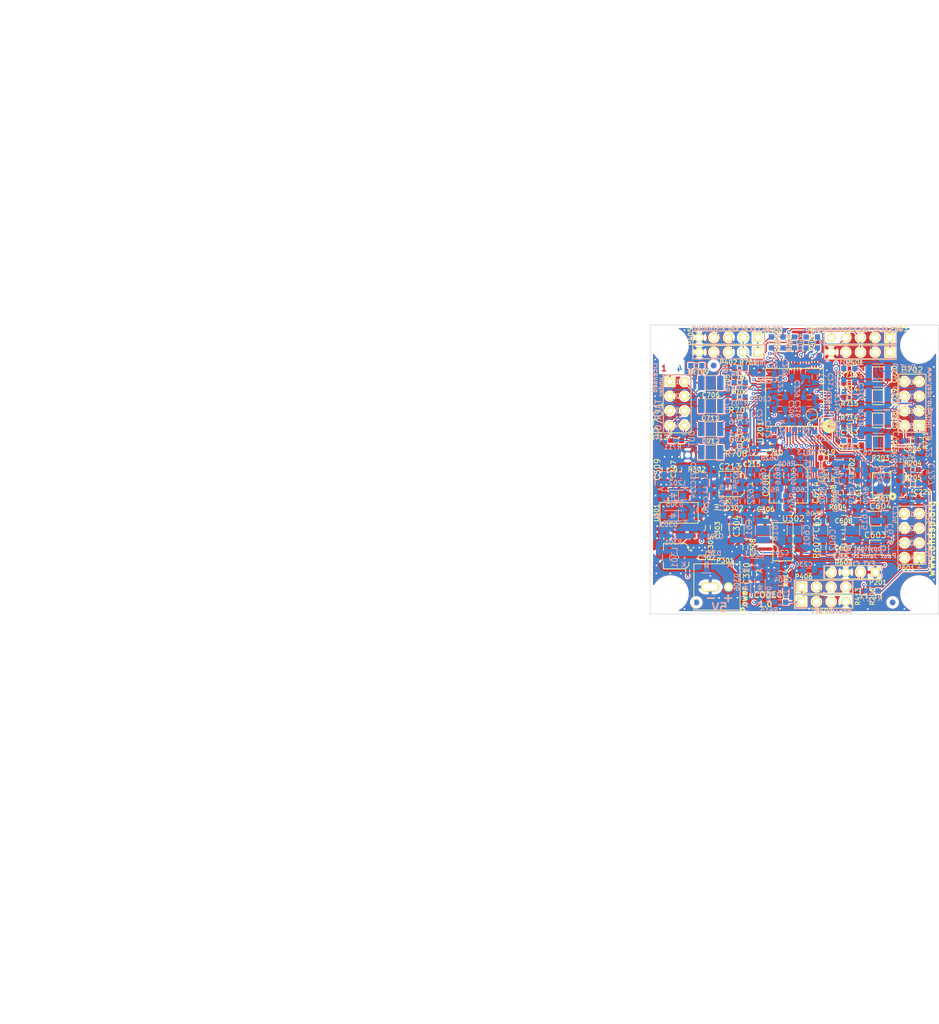
<source format=kicad_pcb>
(kicad_pcb (version 20221018) (generator pcbnew)
  (title_block (title "uDSP") (date "2019-04-02") (rev "1.0") (company "Open Hardware DSP Platform - www.ohdsp.org") (comment 1 "MERCHANTABILITY, SATISFACTORY QUALITY AND FITNESS FOR A PARTICULAR PURPOSE.") (comment 2 "is distributed WITHOUT ANY EXPRESS OR IMPLIED WARRANTY, INCLUDING OF") (comment 3 "Licensed under the TAPR Open Hardware License (www.tapr.org/OHL). This documentation") (comment 4 "Copyright Paul Janicki 2019"))
  (layers (0 "F.Cu" jumper) (1 "In1.Cu" power) (2 "In2.Cu" mixed) (31 "B.Cu" jumper) (34 "B.Paste" user) (35 "F.Paste" user) (36 "B.SilkS" user "B.Silkscreen") (37 "F.SilkS" user "F.Silkscreen") (38 "B.Mask" user) (39 "F.Mask" user) (44 "Edge.Cuts" user))
  (net 0 "")
  (net 1 "GNDD")
  (net 2 "+3V3")
  (net 3 "/SPI_M_CLK")
  (net 4 "/SPI_M_MOSI")
  (net 5 "/SPI_M_CS")
  (net 6 "/SPI_M_MISO")
  (net 7 "/MCLK")
  (net 8 "/IN_SDATA1")
  (net 9 "/IN_LRCLK0")
  (net 10 "/IN_BCLK0")
  (net 11 "/IN_SDATA0")
  (net 12 "/OUT_LRCLK0")
  (net 13 "/OUT_BCLK0")
  (net 14 "/OUT_SDATA0")
  (net 15 "/OUT_SDATA1")
  (net 16 "/OUT_SDATA2")
  (net 17 "/OUT_SDATA3")
  (net 18 "/GLB_RESET")
  (net 19 "Net-(P201-Pad2)")
  (net 20 "Net-(P401-Pad1)")
  (net 21 "Net-(D302-Pad1)")
  (net 22 "Net-(D301-Pad2)")
  (net 23 "Net-(C301-Pad1)")
  (net 24 "Net-(D301-Pad1)")
  (net 25 "+3.3VA")
  (net 26 "Net-(C602-Pad1)")
  (net 27 "Net-(C601-Pad1)")
  (net 28 "Net-(C217-Pad1)")
  (net 29 "Net-(P402-Pad1)")
  (net 30 "Net-(P401-Pad4)")
  (net 31 "Net-(P402-Pad2)")
  (net 32 "Net-(P402-Pad3)")
  (net 33 "Net-(P402-Pad4)")
  (net 34 "Net-(P401-Pad2)")
  (net 35 "Net-(P401-Pad3)")
  (net 36 "/DAC1LP")
  (net 37 "/DAC1LN")
  (net 38 "/ADC2RP")
  (net 39 "/DAC1RP")
  (net 40 "/ADC2LP")
  (net 41 "/ADC2LN")
  (net 42 "/ADC2RN")
  (net 43 "/ADC1RP")
  (net 44 "/ADC1RN")
  (net 45 "/ADC1LP")
  (net 46 "/ADC1LN")
  (net 47 "/DAC4LP")
  (net 48 "/DAC3LP")
  (net 49 "/DAC3LN")
  (net 50 "/DAC3RP")
  (net 51 "/DAC3RN")
  (net 52 "/DAC4LN")
  (net 53 "/DAC4RP")
  (net 54 "/DAC4RN")
  (net 55 "/DAC2LP")
  (net 56 "/DAC2LN")
  (net 57 "/DAC2RP")
  (net 58 "/DAC1RN")
  (net 59 "/DAC2RN")
  (net 60 "Net-(P406-Pad2)")
  (net 61 "/DAC Passive Filters/OUT8N")
  (net 62 "Net-(C716-Pad2)")
  (net 63 "Net-(C702-Pad2)")
  (net 64 "/DAC Passive Filters/OUT2N")
  (net 65 "/DAC Passive Filters/OUT1N")
  (net 66 "Net-(C701-Pad2)")
  (net 67 "Net-(C701-Pad1)")
  (net 68 "/DAC Passive Filters/OUT1P")
  (net 69 "/DAC Passive Filters/OUT3P")
  (net 70 "Net-(C703-Pad1)")
  (net 71 "Net-(C715-Pad1)")
  (net 72 "/DAC Passive Filters/OUT7P")
  (net 73 "/DAC Passive Filters/OUT8P")
  (net 74 "Net-(C716-Pad1)")
  (net 75 "Net-(C715-Pad2)")
  (net 76 "/DAC Passive Filters/OUT6N")
  (net 77 "Net-(C714-Pad2)")
  (net 78 "Net-(C714-Pad1)")
  (net 79 "/DAC Passive Filters/OUT6P")
  (net 80 "/DAC Passive Filters/OUT5N")
  (net 81 "Net-(C713-Pad2)")
  (net 82 "Net-(C713-Pad1)")
  (net 83 "/DAC Passive Filters/OUT5P")
  (net 84 "/DAC Passive Filters/OUT4N")
  (net 85 "Net-(C704-Pad2)")
  (net 86 "Net-(C704-Pad1)")
  (net 87 "/DAC Passive Filters/OUT4P")
  (net 88 "/DAC Passive Filters/OUT3N")
  (net 89 "Net-(C703-Pad2)")
  (net 90 "Net-(C702-Pad1)")
  (net 91 "/DAC Passive Filters/OUT2P")
  (net 92 "/DAC Passive Filters/OUT7N")
  (net 93 "Net-(P405-Pad4)")
  (net 94 "Net-(P403-Pad4)")
  (net 95 "Net-(C226-Pad1)")
  (net 96 "Net-(C603-Pad1)")
  (net 97 "Net-(C604-Pad1)")
  (net 98 "Net-(C218-Pad1)")
  (net 99 "Net-(C218-Pad2)")
  (net 100 "Net-(C213-Pad1)")
  (net 101 "/CM")
  (net 102 "+5V")
  (net 103 "Net-(P406-Pad1)")
  (net 104 "Net-(P407-Pad1)")
  (net 105 "/ADC Passive Filters/IN1P")
  (net 106 "Net-(C618-Pad1)")
  (net 107 "/ADC Passive Filters/IN4N")
  (net 108 "/ADC Passive Filters/IN4P")
  (net 109 "Net-(C617-Pad1)")
  (net 110 "Net-(C616-Pad1)")
  (net 111 "/ADC Passive Filters/IN3N")
  (net 112 "/ADC Passive Filters/IN3P")
  (net 113 "Net-(C615-Pad1)")
  (net 114 "/ADC Passive Filters/IN2N")
  (net 115 "/ADC Passive Filters/IN1N")
  (net 116 "/ADC Passive Filters/IN2P")
  (net 117 "Net-(C619-Pad1)")
  (net 118 "Net-(C622-Pad1)")
  (net 119 "Net-(C621-Pad1)")
  (net 120 "Net-(C620-Pad1)")
  (net 121 "Net-(C608-Pad1)")
  (net 122 "Net-(C607-Pad1)")
  (net 123 "Net-(C606-Pad1)")
  (net 124 "Net-(C605-Pad1)")
  (net 125 "Net-(C727-Pad1)")
  (net 126 "/CODEC_RST")
  (net 127 "/AD1939/AVDD")
  (net 128 "/AD1939/DVDD")
  (net 129 "/AD1939/XTALIN")
  (net 130 "/AD1939/XTALOUT")
  (footprint "MyKiCadLibs-Footprints:SMD-0805" (layer "F.Cu") (at 145 106 90)
    (fp_text reference "C303")
    (fp_text value "22u" hide)
  )
  (footprint "MyKiCadLibs-Footprints:TP-TH-1mm" (layer "F.Cu") (at 138.5 93.5)
    (fp_text reference "TP401" hide)
    (fp_text value "PIN")
  )
  (footprint "MyKiCadLibs-Footprints:CONN-2WAY-2.54mm-3.81mm-SPACING" (layer "F.Cu") (at 145.57 116.32 180)
    (fp_text reference "P301")
    (fp_text value "CONN_2x1" hide)
  )
  (footprint "MyKiCadLibs-Footprints:MNT_HOLE_3.2mm" (layer "F.Cu") (at 135.5 117.5)
    (fp_text reference "MNT301" hide)
    (fp_text value "MNT_HOLE" hide)
  )
  (footprint "MyKiCadLibs-Footprints:MNT_HOLE_3.2mm" (layer "F.Cu") (at 178.5 117.5)
    (fp_text reference "MNT303" hide)
    (fp_text value "MNT_HOLE" hide)
  )
  (footprint "MyKiCadLibs-Footprints:MNT_HOLE_3.2mm" (layer "F.Cu") (at 178.5 74.5)
    (fp_text reference "MNT302" hide)
    (fp_text value "MNT_HOLE" hide)
  )
  (footprint "MyKiCadLibs-Footprints:MNT_HOLE_3.2mm" (layer "F.Cu") (at 135.5 74.5)
    (fp_text reference "MNT304" hide)
    (fp_text value "MNT_HOLE" hide)
  )
  (footprint "MyKiCadLibs-Footprints:FID-1MM-2MM" (layer "F.Cu") (at 140 119)
    (fp_text reference "FID301" hide)
    (fp_text value "MNT_HOLE" hide)
  )
  (footprint "MyKiCadLibs-Footprints:FID-1MM-2MM" (layer "F.Cu") (at 143 78)
    (fp_text reference "FID303" hide)
    (fp_text value "MNT_HOLE" hide)
  )
  (footprint "MyKiCadLibs-Footprints:IC-SOT-223" (layer "F.Cu") (at 137 103.5)
    (fp_text reference "U301")
    (fp_text value "TLV1117LV33DCY" hide)
  )
  (footprint "MyKiCadLibs-Footprints:CONN_SIL_5_1MM" (layer "F.Cu") (at 173.51 73.14 180)
    (fp_text reference "P403")
    (fp_text value "CONN_5x1" hide)
  )
  (footprint "MyKiCadLibs-Footprints:CONN_SIL_5_1MM" (layer "F.Cu") (at 150.65 73.14 180)
    (fp_text reference "P405")
    (fp_text value "CONN_5x1" hide)
  )
  (footprint "MyKiCadLibs-Footprints:CONN_SIL_4_1MM" (layer "F.Cu") (at 158.27 118.86)
    (fp_text reference "P407")
    (fp_text value "CONN_4x1" hide)
  )
  (footprint "MyKiCadLibs-Footprints:SMD-0603" (layer "F.Cu") (at 177.5 101)
    (fp_text reference "C222")
    (fp_text value "N/F" hide)
  )
  (footprint "MyKiCadLibs-Footprints:SMD-0603" (layer "F.Cu") (at 172 95)
    (fp_text reference "R203")
    (fp_text value "N/F" hide)
  )
  (footprint "MyKiCadLibs-Footprints:SMD-0603" (layer "F.Cu") (at 177.5 98.5)
    (fp_text reference "R205")
    (fp_text value "N/F" hide)
  )
  (footprint "MyKiCadLibs-Footprints:SMD-0603" (layer "F.Cu") (at 171.5 118 90)
    (fp_text reference "R206")
    (fp_text value "N/F" hide)
  )
  (footprint "MyKiCadLibs-Footprints:SMD-0603" (layer "F.Cu") (at 161 74 90)
    (fp_text reference "R409")
    (fp_text value "0" hide)
  )
  (footprint "MyKiCadLibs-Footprints:SMD-0603" (layer "F.Cu") (at 153 74 -90)
    (fp_text reference "R403")
    (fp_text value "0" hide)
  )
  (footprint "MyKiCadLibs-Footprints:SMD-0603" (layer "F.Cu") (at 159 74 90)
    (fp_text reference "R408")
    (fp_text value "0" hide)
  )
  (footprint "MyKiCadLibs-Footprints:SMD-0603" (layer "F.Cu") (at 155 74 -90)
    (fp_text reference "R404")
    (fp_text value "22" hide)
  )
  (footprint "MyKiCadLibs-Footprints:XTAL_3.2x2.5_4PIN" (layer "F.Cu") (at 172.1 98.5 90)
    (fp_text reference "X201")
    (fp_text value "N/F" hide)
  )
  (footprint "MyKiCadLibs-Footprints:SMD-0603" (layer "F.Cu") (at 169 118 90)
    (fp_text reference "R413")
    (fp_text value "22" hide)
  )
  (footprint "MyKiCadLibs-Footprints:SMD-0603" (layer "F.Cu") (at 157 74 -90)
    (fp_text reference "R405")
    (fp_text value "22" hide)
  )
  (footprint "MyKiCadLibs-Footprints:CONN_SIL_4_1MM" (layer "F.Cu") (at 158.27 116.32)
    (fp_text reference "P406")
    (fp_text value "CONN_4x1" hide)
  )
  (footprint "MyKiCadLibs-Footprints:CAP-SMD-SIZE-B" (layer "F.Cu") (at 136.5 111 -90)
    (fp_text reference "C302")
    (fp_text value "10u" hide)
  )
  (footprint "MyKiCadLibs-Footprints:SMD-0603" (layer "F.Cu") (at 142 106 90)
    (fp_text reference "C305")
    (fp_text value "100n" hide)
  )
  (footprint "MyKiCadLibs-Footprints:SMD-0805" (layer "F.Cu") (at 148.5 105 90)
    (fp_text reference "C304")
    (fp_text value "22u" hide)
  )
  (footprint "MyKiCadLibs-Footprints:SMD-0603" (layer "F.Cu") (at 177.5 96)
    (fp_text reference "R204")
    (fp_text value "22" hide)
  )
  (footprint "MyKiCadLibs-Footprints:SMD-0603" (layer "F.Cu") (at 152 104)
    (fp_text reference "C306")
    (fp_text value "100n" hide)
  )
  (footprint "MyKiCadLibs-Footprints:SMD-0603" (layer "F.Cu") (at 148.5 109.5 90)
    (fp_text reference "C308")
    (fp_text value "100n" hide)
  )
  (footprint "MyKiCadLibs-Footprints:SMD-0603" (layer "F.Cu") (at 153 92 180)
    (fp_text reference "C210")
    (fp_text value "100n" hide)
  )
  (footprint "MyKiCadLibs-Footprints:CONN_SIL_5_1MM" (layer "F.Cu") (at 173.51 75.68 180)
    (fp_text reference "P401")
    (fp_text value "CONN_5x1" hide)
  )
  (footprint "MyKiCadLibs-Footprints:CONN_SIL_5_1MM" (layer "F.Cu") (at 150.65 75.68 180)
    (fp_text reference "P402")
    (fp_text value "CONN_5x1" hide)
  )
  (footprint "MyKiCadLibs-Footprints:CAP-SMD-SIZE-D" (layer "F.Cu") (at 156 98.5)
    (fp_text reference "C208")
    (fp_text value "47u" hide)
  )
  (footprint "MyKiCadLibs-Footprints:CAP-SMD-SIZE-B" (layer "F.Cu") (at 146.1 98.5 -90)
    (fp_text reference "C213")
    (fp_text value "10u" hide)
  )
  (footprint "MyKiCadLibs-Footprints:SMD-0603" (layer "F.Cu") (at 177.5 93.5)
    (fp_text reference "C226")
    (fp_text value "N/F" hide)
  )
  (footprint "MyKiCadLibs-Footprints:IC-LQFP64" (layer "F.Cu") (at 157 83.5 90)
    (fp_text reference "U201")
    (fp_text value "AD1939" hide)
  )
  (footprint "MyKiCadLibs-Footprints:SMD-0603-LED" (layer "F.Cu") (at 143.5 102.5)
    (fp_text reference "D302")
    (fp_text value "LED 0603" hide)
  )
  (footprint "MyKiCadLibs-Footprints:SMD-0603" (layer "F.Cu") (at 140 97)
    (fp_text reference "R302")
    (fp_text value "470" hide)
  )
  (footprint "MyKiCadLibs-Footprints:SMD-0603" (layer "F.Cu") (at 134.5 96 90)
    (fp_text reference "C309")
    (fp_text value "22u" hide)
  )
  (footprint "MyKiCadLibs-Footprints:SMD-0603" (layer "F.Cu") (at 150 114 -90)
    (fp_text reference "C310")
    (fp_text value "22u" hide)
  )
  (footprint "MyKiCadLibs-Footprints:SMD-1210" (layer "F.Cu") (at 142.5 85)
    (fp_text reference "C706")
    (fp_text value "1u" hide)
  )
  (footprint "MyKiCadLibs-Footprints:SMD-1210" (layer "F.Cu") (at 142.5 81)
    (fp_text reference "C705")
    (fp_text value "1u" hide)
  )
  (footprint "MyKiCadLibs-Footprints:SMD-1210" (layer "F.Cu") (at 171.5 79.5 180)
    (fp_text reference "C720")
    (fp_text value "1u" hide)
  )
  (footprint "MyKiCadLibs-Footprints:SMD-1210" (layer "F.Cu") (at 171.5 83.5 180)
    (fp_text reference "C719")
    (fp_text value "1u" hide)
  )
  (footprint "MyKiCadLibs-Footprints:SMD-1210" (layer "F.Cu") (at 171.5 87.5 180)
    (fp_text reference "C718")
    (fp_text value "1u" hide)
  )
  (footprint "MyKiCadLibs-Footprints:SMD-1210" (layer "F.Cu") (at 171.5 91.5 180)
    (fp_text reference "C717")
    (fp_text value "1u" hide)
  )
  (footprint "MyKiCadLibs-Footprints:SMD-1210" (layer "F.Cu") (at 142.5 93)
    (fp_text reference "C712")
    (fp_text value "1u" hide)
  )
  (footprint "MyKiCadLibs-Footprints:SMD-1210" (layer "F.Cu") (at 142.5 89)
    (fp_text reference "C711")
    (fp_text value "1u" hide)
  )
  (footprint "MyKiCadLibs-Footprints:SMD-0603" (layer "F.Cu") (at 136.5 91)
    (fp_text reference "R712")
    (fp_text value "220K" hide)
  )
  (footprint "MyKiCadLibs-Footprints:SMD-0603" (layer "F.Cu") (at 140 78)
    (fp_text reference "R709")
    (fp_text value "220K" hide)
  )
  (footprint "MyKiCadLibs-Footprints:SMD-0603" (layer "F.Cu") (at 147.5 92 180)
    (fp_text reference "R708")
    (fp_text value "1K" hide)
  )
  (footprint "MyKiCadLibs-Footprints:SMD-0603" (layer "F.Cu") (at 147.5 87)
    (fp_text reference "R707")
    (fp_text value "1K" hide)
  )
  (footprint "MyKiCadLibs-Footprints:SMD-0603" (layer "F.Cu") (at 147.5 83.5 180)
    (fp_text reference "R702")
    (fp_text value "1K" hide)
  )
  (footprint "MyKiCadLibs-Footprints:SMD-0603" (layer "F.Cu") (at 147.5 78.5)
    (fp_text reference "R701")
    (fp_text value "1K" hide)
  )
  (footprint "MyKiCadLibs-Footprints:SMD-0603" (layer "F.Cu") (at 166.5 91 180)
    (fp_text reference "R713")
    (fp_text value "1K" hide)
  )
  (footprint "MyKiCadLibs-Footprints:SMD-0603" (layer "F.Cu") (at 166.5 78.5)
    (fp_text reference "R716")
    (fp_text value "1K" hide)
  )
  (footprint "MyKiCadLibs-Footprints:SMD-0603" (layer "F.Cu") (at 147.5 89.5 180)
    (fp_text reference "C704")
    (fp_text value "1n" hide)
  )
  (footprint "MyKiCadLibs-Footprints:SMD-0603" (layer "F.Cu") (at 166.5 88.5)
    (fp_text reference "C713")
    (fp_text value "1n" hide)
  )
  (footprint "MyKiCadLibs-Footprints:SMD-0603" (layer "F.Cu") (at 166.5 81)
    (fp_text reference "C714")
    (fp_text value "1n" hide)
  )
  (footprint "MyKiCadLibs-Footprints:SMD-0603" (layer "F.Cu") (at 177.5 91 180)
    (fp_text reference "R721")
    (fp_text value "220K" hide)
  )
  (footprint "MyKiCadLibs-Footprints:SMD-0603" (layer "F.Cu") (at 166.5 83.5 180)
    (fp_text reference "R715")
    (fp_text value "1K" hide)
  )
  (footprint "MyKiCadLibs-Footprints:SMD-0603" (layer "F.Cu") (at 147.5 81 180)
    (fp_text reference "C701")
    (fp_text value "1n" hide)
  )
  (footprint "MyKiCadLibs-Footprints:SMD-0603" (layer "F.Cu") (at 166.5 86)
    (fp_text reference "R714")
    (fp_text value "1K" hide)
  )
  (footprint "MyKiCadLibs-Footprints:CONN_DIL_2X04" (layer "F.Cu") (at 136.68 84.57)
    (fp_text reference "P701")
    (fp_text value "CONN_02X04" hide)
  )
  (footprint "MyKiCadLibs-Footprints:CONN_DIL_2X04" (layer "F.Cu") (at 177.32 84.57 180)
    (fp_text reference "P702")
    (fp_text value "CONN_02X04" hide)
  )
  (footprint "MyKiCadLibs-Footprints:SMD-0603" (layer "F.Cu") (at 150.5 94)
    (fp_text reference "C215")
    (fp_text value "100n" hide)
  )
  (footprint "MyKiCadLibs-Footprints:SMD-0603" (layer "F.Cu") (at 162 100 90)
    (fp_text reference "C614")
    (fp_text value "100p" hide)
  )
  (footprint "MyKiCadLibs-Footprints:SMD-0603" (layer "F.Cu") (at 166 95.5 90)
    (fp_text reference "R202")
    (fp_text value "3K32" hide)
  )
  (footprint "MyKiCadLibs-Footprints:SMD-0603" (layer "F.Cu") (at 162.5 94)
    (fp_text reference "C219")
    (fp_text value "2n2" hide)
  )
  (footprint "MyKiCadLibs-Footprints:SMD-0603" (layer "F.Cu") (at 162.5 96.5)
    (fp_text reference "C218")
    (fp_text value "39n" hide)
  )
  (footprint "MyKiCadLibs-Footprints:CONN_SIL_4_1MM" (layer "F.Cu") (at 170.97 113.78 180)
    (fp_text reference "P201")
    (fp_text value "CONN_4x1" hide)
  )
  (footprint "MyKiCadLibs-Footprints:SMD-0603" (layer "F.Cu") (at 155.5 118 90)
    (fp_text reference "R414")
    (fp_text value "N/F" hide)
  )
  (footprint "MyKiCadLibs-Footprints:TP-1mm" (layer "F.Cu") (at 161.3 76.3)
    (fp_text reference "P404" hide)
    (fp_text value "PIN" hide)
  )
  (footprint "MyKiCadLibs-Footprints:TP-1mm" (layer "F.Cu") (at 162.7 77.8)
    (fp_text reference "P408" hide)
    (fp_text value "PIN" hide)
  )
  (footprint "MyKiCadLibs-Footprints:SMD-0603" (layer "F.Cu") (at 137 96 90)
    (fp_text reference "C307")
    (fp_text value "100n" hide)
  )
  (footprint "MyKiCadLibs-Footprints:CONN_DIL_2X04" (layer "F.Cu") (at 177.32 107.43 180)
    (fp_text reference "P601")
    (fp_text value "CONN_02X04" hide)
  )
  (footprint "MyKiCadLibs-Footprints:SMD-0603" (layer "F.Cu") (at 167 100 90)
    (fp_text reference "C612")
    (fp_text value "1n" hide)
  )
  (footprint "MyKiCadLibs-Footprints:SMD-1210" (layer "F.Cu") (at 171 109.5)
    (fp_text reference "C603")
    (fp_text value "1u" hide)
  )
  (footprint "MyKiCadLibs-Footprints:SMD-0603" (layer "F.Cu") (at 162 105 -90)
    (fp_text reference "C611")
    (fp_text value "1n" hide)
  )
  (footprint "MyKiCadLibs-Footprints:SMD-1210" (layer "F.Cu") (at 171 104.5)
    (fp_text reference "C604")
    (fp_text value "1u" hide)
  )
  (footprint "MyKiCadLibs-Footprints:SMD-0603" (layer "F.Cu") (at 165.5 106)
    (fp_text reference "C608")
    (fp_text value "100p" hide)
  )
  (footprint "MyKiCadLibs-Footprints:SMD-0603" (layer "F.Cu") (at 165.5 111)
    (fp_text reference "R603")
    (fp_text value "1K" hide)
  )
  (footprint "MyKiCadLibs-Footprints:SMD-0603" (layer "F.Cu") (at 165.5 103.5)
    (fp_text reference "R604")
    (fp_text value "1K" hide)
  )
  (footprint "MyKiCadLibs-Footprints:SMD-0603" (layer "F.Cu") (at 165.5 108.5)
    (fp_text reference "C607")
    (fp_text value "100p" hide)
  )
  (footprint "MyKiCadLibs-Footprints:SMD-0603" (layer "F.Cu") (at 165 100 -90)
    (fp_text reference "R608")
    (fp_text value "220" hide)
  )
  (footprint "MyKiCadLibs-Footprints:SMD-0603" (layer "F.Cu") (at 162 109.5 -90)
    (fp_text reference "R607")
    (fp_text value "220" hide)
  )
  (footprint "MyKiCadLibs-Footprints:IC-SOT223-6" (layer "F.Cu") (at 155 108.5 -90)
    (fp_text reference "U302")
    (fp_text value "TPS7A4533DCQ" hide)
  )
  (footprint "MyKiCadLibs-Footprints:FID-1MM-2MM" (layer "F.Cu") (at 174 119)
    (fp_text reference "FID305" hide)
    (fp_text value "MNT_HOLE" hide)
  )
  (footprint "MyKiCadLibs-Footprints:SMD-0805" (layer "B.Cu") (at 134.775 111.24 90)
    (fp_text reference "L301")
    (fp_text value "600R@100MHz" hide)
  )
  (footprint "MyKiCadLibs-Footprints:SMD-0603" (layer "B.Cu") (at 154.45 83.5)
    (fp_text reference "C205")
    (fp_text value "100n" hide)
  )
  (footprint "MyKiCadLibs-Footprints:SMD-0603" (layer "B.Cu") (at 154.45 85.5)
    (fp_text reference "C206")
    (fp_text value "10n" hide)
  )
  (footprint "MyKiCadLibs-Footprints:SMD-0603" (layer "B.Cu") (at 151 90 -90)
    (fp_text reference "C211")
    (fp_text value "100n" hide)
  )
  (footprint "MyKiCadLibs-Footprints:SMD-0603" (layer "B.Cu") (at 153.5 90 -90)
    (fp_text reference "C212")
    (fp_text value "10n" hide)
  )
  (footprint "MyKiCadLibs-Footprints:SMD-0603" (layer "B.Cu") (at 159.55 83.5 180)
    (fp_text reference "C214")
    (fp_text value "100n" hide)
  )
  (footprint "MyKiCadLibs-Footprints:SMD-0603" (layer "B.Cu") (at 159.55 85.5 180)
    (fp_text reference "C216")
    (fp_text value "10n" hide)
  )
  (footprint "MyKiCadLibs-Footprints:SMD-0603" (layer "B.Cu") (at 160.5 80 90)
    (fp_text reference "C217")
    (fp_text value "10n" hide)
  )
  (footprint "MyKiCadLibs-Footprints:SMD-0603" (layer "B.Cu") (at 140.5 103 -90)
    (fp_text reference "C220")
    (fp_text value "100p" hide)
  )
  (footprint "MyKiCadLibs-Footprints:SMD-0603" (layer "B.Cu") (at 156.5 79 -90)
    (fp_text reference "C228")
    (fp_text value "100n" hide)
  )
  (footprint "MyKiCadLibs-Footprints:DIODE-SOD-123" (layer "B.Cu") (at 136 104 180)
    (fp_text reference "D303")
    (fp_text value "1N5819HW" hide)
  )
  (footprint "MyKiCadLibs-Footprints:DIODE-SOD-123" (layer "B.Cu") (at 136 100.5 180)
    (fp_text reference "D305")
    (fp_text value "1N5819HW" hide)
  )
  (footprint "MyKiCadLibs-Footprints:DIODE-SMA" (layer "B.Cu") (at 141.76 112.51 180)
    (fp_text reference "D301")
    (fp_text value "B240A" hide)
  )
  (footprint "MyKiCadLibs-Footprints:FID-1MM-2MM" (layer "B.Cu") (at 140 119)
    (fp_text reference "FID302" hide)
    (fp_text value "MNT_HOLE" hide)
  )
  (footprint "MyKiCadLibs-Footprints:FID-1MM-2MM" (layer "B.Cu") (at 174 119)
    (fp_text reference "FID304" hide)
    (fp_text value "MNT_HOLE" hide)
  )
  (footprint "MyKiCadLibs-Footprints:SMD-0603" (layer "B.Cu") (at 159.5 113.5 180)
    (fp_text reference "C230")
    (fp_text value "100n" hide)
  )
  (footprint "MyKiCadLibs-Footprints:SMD-0603" (layer "B.Cu") (at 160.5 97 90)
    (fp_text reference "C610")
    (fp_text value "1n" hide)
  )
  (footprint "MyKiCadLibs-Footprints:SMD-0603" (layer "B.Cu") (at 155.5 101.5 -90)
    (fp_text reference "R601")
    (fp_text value "1K" hide)
  )
  (footprint "MyKiCadLibs-Footprints:SMD-0603" (layer "B.Cu") (at 163 97 -90)
    (fp_text reference "R606")
    (fp_text value "220" hide)
  )
  (footprint "MyKiCadLibs-Footprints:SMD-0603" (layer "B.Cu") (at 145.5 101.5 -90)
    (fp_text reference "R611")
    (fp_text value "1K" hide)
  )
  (footprint "MyKiCadLibs-Footprints:SMD-0603" (layer "B.Cu") (at 158 89 -90)
    (fp_text reference "R201")
    (fp_text value "22" hide)
  )
  (footprint "MyKiCadLibs-Footprints:SMD-0603" (layer "B.Cu") (at 153 74 90)
    (fp_text reference "R402")
    (fp_text value "0" hide)
  )
  (footprint "MyKiCadLibs-Footprints:SMD-0603" (layer "B.Cu") (at 159 74 90)
    (fp_text reference "R407")
    (fp_text value "0" hide)
  )
  (footprint "MyKiCadLibs-Footprints:SMD-0603" (layer "B.Cu") (at 161 74 90)
    (fp_text reference "R410")
    (fp_text value "0" hide)
  )
  (footprint "MyKiCadLibs-Footprints:SMD-0603" (layer "B.Cu") (at 154.5 114)
    (fp_text reference "C204")
    (fp_text value "100n" hide)
  )
  (footprint "MyKiCadLibs-Footprints:SMD-0603" (layer "B.Cu") (at 157 74 -90)
    (fp_text reference "R406")
    (fp_text value "N/F" hide)
  )
  (footprint "MyKiCadLibs-Footprints:SMD-0603" (layer "B.Cu") (at 140 107.5)
    (fp_text reference "C301")
    (fp_text value "100p" hide)
  )
  (footprint "MyKiCadLibs-Footprints:SMD-0603" (layer "B.Cu") (at 155.5 97 -90)
    (fp_text reference "R605")
    (fp_text value "220" hide)
  )
  (footprint "MyKiCadLibs-Footprints:SMD-0603" (layer "B.Cu") (at 154.5 111.5)
    (fp_text reference "C201")
    (fp_text value "100p" hide)
  )
  (footprint "MyKiCadLibs-Footprints:SMD-0603" (layer "B.Cu") (at 153 101.5 -90)
    (fp_text reference "R612")
    (fp_text value "1K" hide)
  )
  (footprint "MyKiCadLibs-Footprints:SMD-0805" (layer "B.Cu") (at 135.5 97)
    (fp_text reference "L202")
    (fp_text value "600R@100MHz" hide)
  )
  (footprint "MyKiCadLibs-Footprints:SMD-0805" (layer "B.Cu") (at 150 112)
    (fp_text reference "L201")
    (fp_text value "600R@100MHz" hide)
  )
  (footprint "MyKiCadLibs-Footprints:SMD-0603" (layer "B.Cu") (at 155 74 -90)
    (fp_text reference "R401")
    (fp_text value "0" hide)
  )
  (footprint "MyKiCadLibs-Footprints:SMD-0603" (layer "B.Cu") (at 170.5 101.5 -90)
    (fp_text reference "C620")
    (fp_text value "100p" hide)
  )
  (footprint "MyKiCadLibs-Footprints:SMD-0603" (layer "B.Cu") (at 141.5 99.5)
    (fp_text reference "C224")
    (fp_text value "100n" hide)
  )
  (footprint "MyKiCadLibs-Footprints:SMD-0603" (layer "B.Cu") (at 152.55 79.5 180)
    (fp_text reference "C225")
    (fp_text value "100n" hide)
  )
  (footprint "MyKiCadLibs-Footprints:SMD-0603" (layer "B.Cu") (at 152.55 81.5 180)
    (fp_text reference "C227")
    (fp_text value "10n" hide)
  )
  (footprint "MyKiCadLibs-Footprints:SMD-0603" (layer "B.Cu") (at 158.5 79 -90)
    (fp_text reference "C229")
    (fp_text value "10n" hide)
  )
  (footprint "MyKiCadLibs-Footprints:SMD-0603" (layer "B.Cu") (at 168 101.5 -90)
    (fp_text reference "C619")
    (fp_text value "100p" hide)
  )
  (footprint "MyKiCadLibs-Footprints:SMD-0603" (layer "B.Cu") (at 158 97 -90)
    (fp_text reference "C609")
    (fp_text value "1n" hide)
  )
  (footprint "MyKiCadLibs-Footprints:DIODE-SOD-123" (layer "B.Cu") (at 148.5 116.5 -90)
    (fp_text reference "D306")
    (fp_text value "1N5819HW" hide)
  )
  (footprint "MyKiCadLibs-Footprints:SMD-0603" (layer "B.Cu") (at 161.45 89.5)
    (fp_text reference "C207")
    (fp_text value "100n" hide)
  )
  (footprint "MyKiCadLibs-Footprints:SMD-0603" (layer "B.Cu") (at 161.45 87.5)
    (fp_text reference "C209")
    (fp_text value "10n" hide)
  )
  (footprint "MyKiCadLibs-Footprints:SMD-1210" (layer "B.Cu") (at 171.5 79 180)
    (fp_text reference "C724")
    (fp_text value "1u" hide)
  )
  (footprint "MyKiCadLibs-Footprints:SMD-1210" (layer "B.Cu") (at 142.5 81)
    (fp_text reference "C708")
    (fp_text value "1u" hide)
  )
  (footprint "MyKiCadLibs-Footprints:SMD-1210" (layer "B.Cu") (at 142.5 93)
    (fp_text reference "C709")
    (fp_text value "1u" hide)
  )
  (footprint "MyKiCadLibs-Footprints:SMD-1210" (layer "B.Cu") (at 171.5 91 180)
    (fp_text reference "C721")
    (fp_text value "1u" hide)
  )
  (footprint "MyKiCadLibs-Footprints:SMD-1210" (layer "B.Cu") (at 171.5 83 180)
    (fp_text reference "C723")
    (fp_text value "1u" hide)
  )
  (footprint "MyKiCadLibs-Footprints:SMD-1210" (layer "B.Cu") (at 171.5 87 180)
    (fp_text reference "C722")
    (fp_text value "1u" hide)
  )
  (footprint "MyKiCadLibs-Footprints:SMD-1210" (layer "B.Cu") (at 142.5 89)
    (fp_text reference "C710")
    (fp_text value "1u" hide)
  )
  (footprint "MyKiCadLibs-Footprints:SMD-1210" (layer "B.Cu") (at 142.5 85)
    (fp_text reference "C707")
    (fp_text value "1u" hide)
  )
  (footprint "MyKiCadLibs-Footprints:SMD-0603" (layer "B.Cu") (at 147.5 78.3 180)
    (fp_text reference "R704")
    (fp_text value "1K" hide)
  )
  (footprint "MyKiCadLibs-Footprints:SMD-0603" (layer "B.Cu") (at 140 78)
    (fp_text reference "R710")
    (fp_text value "220K" hide)
  )
  (footprint "MyKiCadLibs-Footprints:SMD-0603" (layer "B.Cu") (at 147.5 83.3)
    (fp_text reference "R703")
    (fp_text value "1K" hide)
  )
  (footprint "MyKiCadLibs-Footprints:SMD-0603" (layer "B.Cu") (at 135.5 91)
    (fp_text reference "R711")
    (fp_text value "220K" hide)
  )
  (footprint "MyKiCadLibs-Footprints:SMD-0603" (layer "B.Cu") (at 147.5 86.5 180)
    (fp_text reference "R706")
    (fp_text value "1K" hide)
  )
  (footprint "MyKiCadLibs-Footprints:SMD-0603" (layer "B.Cu") (at 147.5 91.5)
    (fp_text reference "R705")
    (fp_text value "1K" hide)
  )
  (footprint "MyKiCadLibs-Footprints:SMD-0603" (layer "B.Cu") (at 179 92 -90)
    (fp_text reference "R722")
    (fp_text value "220K" hide)
  )
  (footprint "MyKiCadLibs-Footprints:SMD-0603" (layer "B.Cu") (at 166.5 89)
    (fp_text reference "C715")
    (fp_text value "1n" hide)
  )
  (footprint "MyKiCadLibs-Footprints:SMD-0603" (layer "B.Cu") (at 147.5 80.8)
    (fp_text reference "C702")
    (fp_text value "1n" hide)
  )
  (footprint "MyKiCadLibs-Footprints:SMD-0603" (layer "B.Cu") (at 166.5 78.5 180)
    (fp_text reference "R724")
    (fp_text value "220K" hide)
  )
  (footprint "MyKiCadLibs-Footprints:SMD-0603" (layer "B.Cu") (at 166.5 82.5)
    (fp_text reference "C716")
    (fp_text value "1n" hide)
  )
  (footprint "MyKiCadLibs-Footprints:SMD-0603" (layer "B.Cu") (at 147.5 89 180)
    (fp_text reference "C703")
    (fp_text value "1n" hide)
  )
  (footprint "MyKiCadLibs-Footprints:SMD-0603" (layer "B.Cu") (at 166.5 80.5)
    (fp_text reference "R720")
    (fp_text value "1K" hide)
  )
  (footprint "MyKiCadLibs-Footprints:SMD-0603" (layer "B.Cu") (at 166.5 84.5 180)
    (fp_text reference "R719")
    (fp_text value "1K" hide)
  )
  (footprint "MyKiCadLibs-Footprints:SMD-0603" (layer "B.Cu") (at 166.5 87)
    (fp_text reference "R718")
    (fp_text value "1K" hide)
  )
  (footprint "MyKiCadLibs-Footprints:SMD-0603" (layer "B.Cu") (at 166.5 91 180)
    (fp_text reference "R717")
    (fp_text value "1K" hide)
  )
  (footprint "MyKiCadLibs-Footprints:SMD-0603" (layer "B.Cu") (at 176 92 -90)
    (fp_text reference "R723")
    (fp_text value "220K" hide)
  )
  (footprint "MyKiCadLibs-Footprints:SMD-1210" (layer "B.Cu") (at 157 106.5 -90)
    (fp_text reference "C601")
    (fp_text value "1u" hide)
  )
  (footprint "MyKiCadLibs-Footprints:SMD-1210" (layer "B.Cu") (at 161.5 106.5 -90)
    (fp_text reference "C602")
    (fp_text value "1u" hide)
  )
  (footprint "MyKiCadLibs-Footprints:SMD-0603" (layer "B.Cu") (at 159 94)
    (fp_text reference "C613")
    (fp_text value "100p" hide)
  )
  (footprint "MyKiCadLibs-Footprints:SMD-0603" (layer "B.Cu") (at 165.5 101.5 -90)
    (fp_text reference "R609")
    (fp_text value "1K" hide)
  )
  (footprint "MyKiCadLibs-Footprints:SMD-0603" (layer "B.Cu") (at 173 101.5 -90)
    (fp_text reference "R610")
    (fp_text value "1K" hide)
  )
  (footprint "MyKiCadLibs-Footprints:SMD-0603" (layer "B.Cu") (at 163 101.5 -90)
    (fp_text reference "R602")
    (fp_text value "1K" hide)
  )
  (footprint "MyKiCadLibs-Footprints:SMD-0603" (layer "B.Cu") (at 165.5 97 -90)
    (fp_text reference "R613")
    (fp_text value "220" hide)
  )
  (footprint "MyKiCadLibs-Footprints:SMD-0603" (layer "B.Cu") (at 173 97 -90)
    (fp_text reference "R614")
    (fp_text value "220" hide)
  )
  (footprint "MyKiCadLibs-Footprints:SMD-0603" (layer "B.Cu") (at 141.5 97)
    (fp_text reference "C223")
    (fp_text value "22u" hide)
  )
  (footprint "MyKiCadLibs-Footprints:SMD-0603" (layer "B.Cu") (at 154.5 116.5)
    (fp_text reference "C203")
    (fp_text value "22u" hide)
  )
  (footprint "MyKiCadLibs-Footprints:SMD-0603" (layer "B.Cu") (at 160.5 101.5 -90)
    (fp_text reference "C606")
    (fp_text value "100p" hide)
  )
  (footprint "MyKiCadLibs-Footprints:SMD-0603" (layer "B.Cu") (at 158 101.5 -90)
    (fp_text reference "C605")
    (fp_text value "100p" hide)
  )
  (footprint "MyKiCadLibs-Footprints:SMD-0603" (layer "B.Cu") (at 153 97 -90)
    (fp_text reference "R616")
    (fp_text value "220" hide)
  )
  (footprint "MyKiCadLibs-Footprints:SMD-0603" (layer "B.Cu") (at 145.5 97 -90)
    (fp_text reference "R615")
    (fp_text value "220" hide)
  )
  (footprint "MyKiCadLibs-Footprints:SMD-0603" (layer "B.Cu") (at 154.5 119 180)
    (fp_text reference "R415")
    (fp_text value "22" hide)
  )
  (footprint "MyKiCadLibs-Footprints:SMD-1210" (layer "B.Cu") (at 151.5 106.5 -90)
    (fp_text reference "C618")
    (fp_text value "1u" hide)
  )
  (footprint "MyKiCadLibs-Footprints:SMD-1210" (layer "B.Cu") (at 147 106.5 -90)
    (fp_text reference "C617")
    (fp_text value "1u" hide)
  )
  (footprint "MyKiCadLibs-Footprints:SMD-1210" (layer "B.Cu") (at 171.5 106.5 -90)
    (fp_text reference "C616")
    (fp_text value "1u" hide)
  )
  (footprint "MyKiCadLibs-Footprints:SMD-1210" (layer "B.Cu") (at 167 106.5 -90)
    (fp_text reference "C615")
    (fp_text value "1u" hide)
  )
  (footprint "MyKiCadLibs-Footprints:SMD-0603" (layer "B.Cu") (at 148 101.5 -90)
    (fp_text reference "C621")
    (fp_text value "100p" hide)
  )
  (footprint "MyKiCadLibs-Footprints:SMD-0603" (layer "B.Cu") (at 149.5 94)
    (fp_text reference "C628")
    (fp_text value "100p" hide)
  )
  (footprint "MyKiCadLibs-Footprints:SMD-0603" (layer "B.Cu") (at 150.5 97 90)
    (fp_text reference "C626")
    (fp_text value "1n" hide)
  )
  (footprint "MyKiCadLibs-Footprints:SMD-0603" (layer "B.Cu") (at 148 97 -90)
    (fp_text reference "C625")
    (fp_text value "1n" hide)
  )
  (footprint "MyKiCadLibs-Footprints:SMD-0603" (layer "B.Cu") (at 170.5 97 90)
    (fp_text reference "C624")
    (fp_text value "1n" hide)
  )
  (footprint "MyKiCadLibs-Footprints:SMD-0603" (layer "B.Cu") (at 150.5 101.5 -90)
    (fp_text reference "C622")
    (fp_text value "100p" hide)
  )
  (footprint "MyKiCadLibs-Footprints:SMD-0603" (layer "B.Cu") (at 169 94)
    (fp_text reference "C627")
    (fp_text value "100p" hide)
  )
  (footprint "MyKiCadLibs-Footprints:SMD-0603" (layer "B.Cu") (at 168 97 -90)
    (fp_text reference "C623")
    (fp_text value "1n" hide)
  )
  (footprint "MyKiCadLibs-Footprints:SMD-0603" (layer "B.Cu") (at 136 107.5)
    (fp_text reference "R301")
    (fp_text value "47" hide)
  )
  (footprint "MyKiCadLibs-Footprints:DIODE-SOD-123" (layer "B.Cu") (at 151 116.5 90)
    (fp_text reference "D304")
    (fp_text value "1N5819HW" hide)
  )
  (footprint "MyKiCadLibs-Footprints:SMD-0603" (layer "B.Cu") (at 179.5 96.5 90)
    (fp_text reference "C727")
    (fp_text value "10n" hide)
  )
  (footprint "MyKiCadLibs-Footprints:SMD-0603" (layer "B.Cu") (at 156 89 90)
    (fp_text reference "R725")
    (fp_text value "100K" hide)
  )
  (footprint "MyKiCadLibs-Footprints:SMD-0603" (layer "B.Cu") (at 170.5 117 180)
    (fp_text reference "R727")
    (fp_text value "100" hide)
  )
  (footprint "MyKiCadLibs-Footprints:IC-SOT143" (layer "B.Cu") (at 176.5 96.5 90)
    (fp_text reference "U701")
    (fp_text value "CAT811TTBI" hide)
  )
  (footprint "MyKiCadLibs-Footprints:FID-1MM-2MM" (layer "B.Cu") (at 143 78)
    (fp_text reference "FID306" hide)
    (fp_text value "MNT_HOLE" hide)
  )
  (footprint "MyKiCadLibs-Footprints:SMD-0603" (layer "B.Cu") (at 178.5 100.5 -90)
    (fp_text reference "C726")
    (fp_text value "100n" hide)
  )
  (footprint "MyKiCadLibs-Footprints:SMD-0603" (layer "B.Cu") (at 176 100.5 -90)
    (fp_text reference "C725")
    (fp_text value "10u" hide)
  )
  (gr_line (start 162.167 76.923) (end 162.167 72.4) (stroke (width 0.2)) (layer "B.SilkS"))
  (gr_line (start 162.167 74.51) (end 174.613 74.51) (stroke (width 0.2)) (layer "B.SilkS"))
  (gr_line (start 174.613 74.51) (end 174.613 76.923) (stroke (width 0.2)) (layer "B.SilkS"))
  (gr_line (start 174.613 76.923) (end 162.167 76.923) (stroke (width 0.2)) (layer "B.SilkS"))
  (gr_line (start 174.613 74.51) (end 174.613 72.4) (stroke (width 0.2)) (layer "B.SilkS"))
  (gr_line (start 144.15 71.1) (end 144.15 72.25) (stroke (width 0.1)) (layer "B.SilkS"))
  (gr_line (start 146.6 71.1) (end 146.6 72.25) (stroke (width 0.1)) (layer "B.SilkS"))
  (gr_line (start 149.6 71.1) (end 149.6 72.25) (stroke (width 0.1)) (layer "B.SilkS"))
  (gr_line (start 164.5 71.15) (end 164.5 72.3) (stroke (width 0.1)) (layer "B.SilkS"))
  (gr_line (start 172.4 71.15) (end 172.4 72.3) (stroke (width 0.1)) (layer "B.SilkS"))
  (gr_line (start 166.95 71.15) (end 166.95 72.3) (stroke (width 0.1)) (layer "B.SilkS"))
  (gr_line (start 169.4 71.15) (end 169.4 72.3) (stroke (width 0.1)) (layer "B.SilkS"))
  (gr_line (start 162.6 79.9) (end 161.2 79.4) (stroke (width 0.15)) (layer "B.SilkS"))
  (gr_line (start 179.7 112.4) (end 179.3 112.4) (stroke (width 0.15)) (layer "B.SilkS"))
  (gr_line (start 174.9 112.4) (end 175.5 112.4) (stroke (width 0.15)) (layer "B.SilkS"))
  (gr_line (start 156.97 120.053) (end 159.002 120.053) (stroke (width 0.2)) (layer "B.SilkS"))
  (gr_line (start 162.05 112.687) (end 162.05 115.1) (stroke (width 0.2)) (layer "B.SilkS"))
  (gr_line (start 175.1 89.4) (end 175.1 79.5) (stroke (width 0.15)) (layer "B.SilkS"))
  (gr_line (start 179.8 79.5) (end 179.8 86.1) (stroke (width 0.15)) (layer "B.SilkS"))
  (gr_line (start 179.7 109.5) (end 179.7 105.8) (stroke (width 0.15)) (layer "B.SilkS"))
  (gr_line (start 151.813 74.41) (end 151.813 76.823) (stroke (width 0.2)) (layer "B.SilkS"))
  (gr_line (start 179.8 89) (end 179.8 89.6) (stroke (width 0.15)) (layer "B.SilkS"))
  (gr_line (start 179.8 89.6) (end 175.2 89.6) (stroke (width 0.15)) (layer "B.SilkS"))
  (gr_line (start 139.367 76.823) (end 139.367 72.3) (stroke (width 0.2)) (layer "B.SilkS"))
  (gr_line (start 134.8 89.6) (end 134.3 89.6) (stroke (width 0.15)) (layer "B.SilkS"))
  (gr_line (start 139.1 79.6) (end 139.1 89) (stroke (width 0.15)) (layer "B.SilkS"))
  (gr_line (start 179.7 102.2) (end 179.3 102) (stroke (width 0.15)) (layer "B.SilkS"))
  (gr_line (start 156.97 115.1) (end 156.97 120.053) (stroke (width 0.2)) (layer "B.SilkS"))
  (gr_line (start 151.813 76.823) (end 139.367 76.823) (stroke (width 0.2)) (layer "B.SilkS"))
  (gr_line (start 134.3 89.6) (end 134.3 83.6) (stroke (width 0.15)) (layer "B.SilkS"))
  (gr_line (start 139.367 74.41) (end 151.813 74.41) (stroke (width 0.2)) (layer "B.SilkS"))
  (gr_line (start 179.7 112.4) (end 179.7 111.3) (stroke (width 0.15)) (layer "B.SilkS"))
  (gr_line (start 167.13 120.053) (end 167.13 115.1) (stroke (width 0.2)) (layer "B.SilkS"))
  (gr_line (start 141.7 71.1) (end 141.7 72.25) (stroke (width 0.1)) (layer "B.SilkS"))
  (gr_line (start 162.05 112.687) (end 165.733 112.687) (stroke (width 0.2)) (layer "B.SilkS"))
  (gr_line (start 156.97 115.1) (end 172.1 115.1) (stroke (width 0.2)) (layer "B.SilkS"))
  (gr_line (start 174.9 112.4) (end 175 112.4) (stroke (width 0.15)) (layer "B.SilkS"))
  (gr_line (start 158.2 81.2) (end 158.5 80.7) (stroke (width 0.15)) (layer "B.SilkS"))
  (gr_line (start 172.083 112.687) (end 172.083 115.1) (stroke (width 0.2)) (layer "B.SilkS"))
  (gr_line (start 134.2 79.6) (end 139.1 79.6) (stroke (width 0.15)) (layer "B.SilkS"))
  (gr_line (start 162.4 84.1) (end 161.2 83.8) (stroke (width 0.15)) (layer "B.SilkS"))
  (gr_line (start 174.9 105.5) (end 174.9 112.4) (stroke (width 0.15)) (layer "B.SilkS"))
  (gr_line (start 134.2 79.6) (end 134.2 79.9) (stroke (width 0.15)) (layer "B.SilkS"))
  (gr_line (start 144.7 77.1) (end 144.2 76.3) (stroke (width 0.15)) (layer "B.SilkS"))
  (gr_line (start 179.1 79.5) (end 179.8 79.5) (stroke (width 0.15)) (layer "B.SilkS"))
  (gr_line (start 179.4 102.3) (end 175.6 102.3) (stroke (width 0.15)) (layer "B.SilkS"))
  (gr_line (start 175 102.4) (end 175.3 102.1) (stroke (width 0.15)) (layer "B.SilkS"))
  (gr_line (start 151.8 74.5) (end 151.8 72.4) (stroke (width 0.2)) (layer "B.SilkS"))
  (gr_line (start 182 121) (end 182 71) (stroke (width 0.1)) (layer "Edge.Cuts"))
  (gr_line (start 132 121) (end 182 121) (stroke (width 0.1)) (layer "Edge.Cuts"))
  (gr_line (start 182 71) (end 132 71) (stroke (width 0.1)) (layer "Edge.Cuts"))
  (gr_line (start 132 71) (end 132 121) (stroke (width 0.1)) (layer "Edge.Cuts"))
  (gr_text "1" (at 134.4 78.474) (layer "F.Cu") (effects (font (size 1 1) (thickness 0.2))))
  (gr_text "4" (at 137.1 78.55) (layer "B.Cu") (effects (font (size 1 1) (thickness 0.2)) (justify mirror)))
  (gr_text "input" (at 148.9 77.5) (layer "B.SilkS") (effects (font (size 0.8 0.8) (thickness 0.2)) (justify right mirror)))
  (gr_text "I2S" (at 153 71.7) (layer "B.SilkS") (effects (font (size 0.8 0.8) (thickness 0.2)) (justify right mirror)))
  (gr_text "MASTER SPI" (at 163.447 120.434) (layer "B.SilkS") (effects (font (size 0.8 0.8) (thickness 0.2)) (justify mirror)))
  (gr_text "EXT CLK" (at 168.527 112.306) (layer "B.SilkS") (effects (font (size 0.8 0.8) (thickness 0.2)) (justify mirror)))
  (gr_text "SD0" (at 142.9 71.7) (layer "B.SilkS") (effects (font (size 0.8 0.8) (thickness 0.2)) (justify mirror)))
  (gr_text "LRCK" (at 148.1 71.7) (layer "B.SilkS") (effects (font (size 0.8 0.8) (thickness 0.2)) (justify mirror)))
  (gr_text "GND" (at 140.4 71.7) (layer "B.SilkS") (effects (font (size 0.8 0.8) (thickness 0.2)) (justify mirror)))
  (gr_text "MCLK" (at 151.2 71.7) (layer "B.SilkS") (effects (font (size 0.8 0.8) (thickness 0.2)) (justify mirror)))
  (gr_text "BCK" (at 145.4 71.7) (layer "B.SilkS") (effects (font (size 0.8 0.8) (thickness 0.2)) (justify mirror)))
  (gr_text "under\n" (at 133.9 81.7 90) (layer "B.SilkS") (effects (font (size 0.8 0.8) (thickness 0.2)) (justify mirror)))
  (gr_text "TAPR OHL" (at 133.4 87.5 90) (layer "B.SilkS") (effects (font (size 1 1) (thickness 0.2)) (justify mirror)))
  (gr_text "www.tapr.org/OHL" (at 180.3 83.7 90) (layer "B.SilkS") (effects (font (size 0.8 0.8) (thickness 0.2)) (justify mirror)))
  (gr_text "SD1" (at 144.9 78.2 270) (layer "B.SilkS") (effects (font (size 0.8 0.8) (thickness 0.2)) (justify mirror)))
  (gr_text "BCK" (at 168.2 71.8) (layer "B.SilkS") (effects (font (size 0.8 0.8) (thickness 0.2)) (justify mirror)))
  (gr_text "SD0" (at 165.7 71.8) (layer "B.SilkS") (effects (font (size 0.8 0.8) (thickness 0.2)) (justify mirror)))
  (gr_text "MCLK" (at 174 71.8) (layer "B.SilkS") (effects (font (size 0.8 0.8) (thickness 0.2)) (justify mirror)))
  (gr_text "GND" (at 163.2 71.8) (layer "B.SilkS") (effects (font (size 0.8 0.8) (thickness 0.2)) (justify mirror)))
  (gr_text "LRCK" (at 170.9 71.8) (layer "B.SilkS") (effects (font (size 0.8 0.8) (thickness 0.2)) (justify mirror)))
  (gr_text "SD1" (at 165.8 77.5) (layer "B.SilkS") (effects (font (size 0.8 0.8) (thickness 0.2)) (justify mirror)))
  (gr_text "-" (at 137.9 90 180) (layer "B.SilkS") (effects (font (size 1 1)) (justify mirror)))
  (gr_text "+" (at 135.4 90 180) (layer "B.SilkS") (effects (font (size 1 1)) (justify mirror)))
  (gr_text "OUT" (at 139.2 90.6 90) (layer "B.SilkS") (effects (font (size 1 1)) (justify mirror)))
  (gr_text "IN" (at 180.5 110.3 90) (layer "B.SilkS") (effects (font (size 1 1)) (justify mirror)))
  (gr_text "-" (at 176.1 112.9) (layer "B.SilkS") (effects (font (size 1 1)) (justify mirror)))
  (gr_text "+" (at 178.6 112.9) (layer "B.SilkS") (effects (font (size 1 1)) (justify mirror)))
  (gr_text "6" (at 177.3 85.9) (layer "B.SilkS") (effects (font (size 0.8 0.8)) (justify mirror)))
  (gr_text "7" (at 177.3 83.4) (layer "B.SilkS") (effects (font (size 0.8 0.8)) (justify mirror)))
  (gr_text "8" (at 177.3 80.9) (layer "B.SilkS") (effects (font (size 0.8 0.8)) (justify mirror)))
  (gr_text "3" (at 136.7 85.8) (layer "B.SilkS") (effects (font (size 0.8 0.8)) (justify mirror)))
  (gr_text "4" (at 136.7 88.4) (layer "B.SilkS") (effects (font (size 0.8 0.8)) (justify mirror)))
  (gr_text "2" (at 136.7 83.3) (layer "B.SilkS") (effects (font (size 0.8 0.8)) (justify mirror)))
  (gr_text "1" (at 136.7 80.8) (layer "B.SilkS") (effects (font (size 0.8 0.8)) (justify mirror)))
  (gr_text "2" (at 177.3 106.2) (layer "B.SilkS") (effects (font (size 0.8 0.8)) (justify mirror)))
  (gr_text "3" (at 177.3 108.7) (layer "B.SilkS") (effects (font (size 0.8 0.8)) (justify mirror)))
  (gr_text "4" (at 177.3 111.3) (layer "B.SilkS") (effects (font (size 0.8 0.8)) (justify mirror)))
  (gr_text "1" (at 177.3 103.7) (layer "B.SilkS") (effects (font (size 0.8 0.8)) (justify mirror)))
  (gr_text "OUT" (at 176.7 78.4) (layer "B.SilkS") (effects (font (size 1 1)) (justify mirror)))
  (gr_text "Licensed\n" (at 132.8 80.1 90) (layer "B.SilkS") (effects (font (size 0.8 0.8) (thickness 0.2)) (justify mirror)))
  (gr_text "Copyright ©\nPaul Janicki 2019" (at 169.1 110.3) (layer "B.SilkS") (effects (font (size 0.8 0.8) (thickness 0.2)) (justify mirror)))
  (gr_text "5" (at 177.3 88.5) (layer "B.SilkS") (effects (font (size 0.8 0.8)) (justify mirror)))
  (gr_text "- +" (at 144.016 118.375 180) (layer "B.SilkS") (effects (font (size 1.5 1.5) (thickness 0.3)) (justify mirror)))
  (gr_text "5V" (at 144.016 119.899) (layer "B.SilkS") (effects (font (size 1.5 1.5) (thickness 0.3)) (justify mirror)))
  (gr_text "-" (at 176.1 79.1) (layer "B.SilkS") (effects (font (size 1 1)) (justify mirror)))
  (gr_text "+" (at 178.6 79.1) (layer "B.SilkS") (effects (font (size 1 1)) (justify mirror)))
  (gr_text "www.ohdsp.org" (at 180.7 114.7 90) (layer "F.SilkS") (effects (font (size 1.2 1.2) (thickness 0.25)) (justify left)))
  (gr_text "Power" (at 148.3 118.55 90) (layer "F.SilkS") (effects (font (size 1 1) (thickness 0.25))))
  (gr_text "uCODEC\n1.0" (at 151.95 118.5) (layer "F.SilkS") (effects (font (size 1 1) (thickness 0.2))))
  (segment (start 156.75 77.75) (end 156.75 76.75) (width 0.2) (layer "F.Cu") (net 1))
  (segment (start 156.75 77.75) (end 157.25 77.75) (width 0.2) (layer "F.Cu") (net 1))
  (segment (start 156.75 76.75) (end 156.900001 76.599999) (width 0.2) (layer "F.Cu") (net 1))
  (segment (start 151.25 85.25) (end 152.392035 85.25) (width 0.2) (layer "F.Cu") (net 1))
  (segment (start 157.75 77.75) (end 157.25 77.75) (width 0.2) (layer "F.Cu") (net 1))
  (segment (start 148.5 103.9) (end 149.5 103.9) (width 0.5) (layer "F.Cu") (net 1))
  (segment (start 161.508077 85.75) (end 161.48193 85.776147) (width 0.2) (layer "F.Cu") (net 1))
  (segment (start 156.900001 76.599999) (end 157.2 76.3) (width 0.2) (layer "F.Cu") (net 1))
  (segment (start 152.249965 86.800001) (end 152.549964 87.1) (width 0.2) (layer "F.Cu") (net 1))
  (segment (start 152.249965 86.566194) (end 152.249965 86.800001) (width 0.2) (layer "F.Cu") (net 1))
  (segment (start 152.392035 85.25) (end 152.424558 85.217477) (width 0.2) (layer "F.Cu") (net 1))
  (segment (start 162.75 85.75) (end 161.508077 85.75) (width 0.2) (layer "F.Cu") (net 1))
  (segment (start 157.2 76.4) (end 157.2 76.3) (width 0.5) (layer "F.Cu") (net 1))
  (segment (start 151.25 86.25) (end 151.933771 86.25) (width 0.2) (layer "F.Cu") (net 1))
  (segment (start 157.75 77.75) (end 157.75 76.599999) (width 0.2) (layer "F.Cu") (net 1))
  (segment (start 157.25 76.45) (end 157.2 76.4) (width 0.5) (layer "F.Cu") (net 1))
  (segment (start 157.499999 76.599999) (end 157.2 76.3) (width 0.2) (layer "F.Cu") (net 1))
  (segment (start 157.75 76.599999) (end 157.499999 76.599999) (width 0.2) (layer "F.Cu") (net 1))
  (segment (start 151.933771 86.25) (end 152.249965 86.566194) (width 0.2) (layer "F.Cu") (net 1))
  (segment (start 157.25 77.75) (end 157.25 76.45) (width 0.2) (layer "F.Cu") (net 1))
  (via (at 163.2 106) (size 0.6) (drill 0.3) (layers "F.Cu" "B.Cu") (net 1))
  (via (at 144 97) (size 0.6) (drill 0.3) (layers "F.Cu" "B.Cu") (net 1))
  (via (at 133.2 107.9) (size 0.6) (drill 0.3) (layers "F.Cu" "B.Cu") (net 1))
  (via (at 156.6 116.5) (size 0.6) (drill 0.3) (layers "F.Cu" "B.Cu") (net 1))
  (via (at 149.5 103.9) (size 0.6) (drill 0.3) (layers "F.Cu" "B.Cu") (net 1))
  (via (at 132.87 76.95) (size 0.6) (drill 0.3) (layers "F.Cu" "B.Cu") (net 1))
  (via (at 159.2 97.9) (size 0.6) (drill 0.3) (layers "F.Cu" "B.Cu") (net 1))
  (via (at 152.549964 87.1) (size 0.6) (drill 0.3) (layers "F.Cu" "B.Cu") (net 1))
  (via (at 134.5 93.8) (size 0.6) (drill 0.3) (layers "F.Cu" "B.Cu") (net 1))
  (via (at 157.2 76.3) (size 0.6) (drill 0.3) (layers "F.Cu" "B.Cu") (net 1))
  (via (at 149.3 96.9) (size 0.6) (drill 0.3) (layers "F.Cu" "B.Cu") (net 1))
  (via (at 155.2 109.2) (size 0.6) (drill 0.3) (layers "F.Cu" "B.Cu") (net 1))
  (via (at 161.48193 85.776147) (size 0.6) (drill 0.3) (layers "F.Cu" "B.Cu") (net 1))
  (via (at 162.58 78.83) (size 0.6) (drill 0.3) (layers "F.Cu" "B.Cu") (net 1))
  (via (at 157.4 113.5) (size 0.6) (drill 0.3) (layers "F.Cu" "B.Cu") (net 1))
  (via (at 174.4 101.9) (size 0.6) (drill 0.3) (layers "F.Cu" "B.Cu") (net 1))
  (via (at 140.9 108.4) (size 0.6) (drill 0.3) (layers "F.Cu" "B.Cu") (net 1))
  (via (at 181.13 83.3) (size 0.6) (drill 0.3) (layers "F.Cu" "B.Cu") (net 1))
  (via (at 159.3 102.4) (size 0.6) (drill 0.3) (layers "F.Cu" "B.Cu") (net 1))
  (via (at 159.3 101.4) (size 0.6) (drill 0.3) (layers "F.Cu" "B.Cu") (net 1))
  (via (at 135.49 113.9685) (size 0.6) (drill 0.3) (layers "F.Cu" "B.Cu") (net 1))
  (via (at 179.8 94.25) (size 0.6) (drill 0.3) (layers "F.Cu" "B.Cu") (net 1))
  (via (at 169.3 97.9) (size 0.6) (drill 0.3) (layers "F.Cu" "B.Cu") (net 1))
  (via (at 143.919 118.225) (size 0.6) (drill 0.3) (layers "F.Cu" "B.Cu") (net 1))
  (via (at 177.3 102.5) (size 0.6) (drill 0.3) (layers "F.Cu" "B.Cu") (net 1))
  (via (at 174.4 97.3) (size 0.6) (drill 0.3) (layers "F.Cu" "B.Cu") (net 1))
  (via (at 162.4 88.5) (size 0.6) (drill 0.3) (layers "F.Cu" "B.Cu") (net 1))
  (via (at 133.077 113.9685) (size 0.6) (drill 0.3) (layers "F.Cu" "B.Cu") (net 1))
  (via (at 158.6 86.7) (size 0.6) (drill 0.3) (layers "F.Cu" "B.Cu") (net 1))
  (via (at 154.4 104) (size 0.6) (drill 0.3) (layers "F.Cu" "B.Cu") (net 1))
  (via (at 169.2 102.4) (size 0.6) (drill 0.3) (layers "F.Cu" "B.Cu") (net 1))
  (via (at 152.424558 85.217477) (size 0.6) (drill 0.3) (layers "F.Cu" "B.Cu") (net 1))
  (via (at 142 104) (size 0.6) (drill 0.3) (layers "F.Cu" "B.Cu") (net 1))
  (via (at 152.3 91) (size 0.6) (drill 0.3) (layers "F.Cu" "B.Cu") (net 1))
  (via (at 169.7 120.13) (size 0.6) (drill 0.3) (layers "F.Cu" "B.Cu") (net 1))
  (via (at 181.13 78.22) (size 0.6) (drill 0.3) (layers "F.Cu" "B.Cu") (net 1))
  (via (at 159.3 104.9) (size 0.6) (drill 0.3) (layers "F.Cu" "B.Cu") (net 1))
  (via (at 155.4 86.7) (size 0.6) (drill 0.3) (layers "F.Cu" "B.Cu") (net 1))
  (via (at 164.1 82.3) (size 0.6) (drill 0.3) (layers "F.Cu" "B.Cu") (net 1))
  (via (at 146.2 110.2) (size 0.6) (drill 0.3) (layers "F.Cu" "B.Cu") (net 1))
  (via (at 150.6 92.2) (size 0.6) (drill 0.3) (layers "F.Cu" "B.Cu") (net 1))
  (via (at 132.87 83.3) (size 0.6) (drill 0.3) (layers "F.Cu" "B.Cu") (net 1))
  (via (at 144 100) (size 0.6) (drill 0.3) (layers "F.Cu" "B.Cu") (net 1))
  (via (at 159.2 82.15) (size 0.6) (drill 0.3) (layers "F.Cu" "B.Cu") (net 1))
  (via (at 179.75 101.4) (size 0.6) (drill 0.3) (layers "F.Cu" "B.Cu") (net 1))
  (via (at 156.7 111.6) (size 0.6) (drill 0.3) (layers "F.Cu" "B.Cu") (net 1))
  (via (at 147 109.4) (size 0.6) (drill 0.3) (layers "F.Cu" "B.Cu") (net 1))
  (via (at 181.20001 99.827819) (size 0.6) (drill 0.3) (layers "F.Cu" "B.Cu") (net 1))
  (via (at 133.2 106.8) (size 0.6) (drill 0.3) (layers "F.Cu" "B.Cu") (net 1))
  (via (at 150.5 99.2) (size 0.6) (drill 0.3) (layers "F.Cu" "B.Cu") (net 1))
  (via (at 142.4115 114.413) (size 0.6) (drill 0.3) (layers "F.Cu" "B.Cu") (net 1))
  (via (at 133.2 105.8) (size 0.6) (drill 0.3) (layers "F.Cu" "B.Cu") (net 1))
  (via (at 174.4 99.1) (size 0.6) (drill 0.3) (layers "F.Cu" "B.Cu") (net 1))
  (via (at 143 101) (size 0.6) (drill 0.3) (layers "F.Cu" "B.Cu") (net 1))
  (via (at 137 93.8) (size 0.6) (drill 0.3) (layers "F.Cu" "B.Cu") (net 1))
  (via (at 151.6 78.5) (size 0.6) (drill 0.3) (layers "F.Cu" "B.Cu") (net 1))
  (via (at 155.4 112.8) (size 0.6) (drill 0.3) (layers "F.Cu" "B.Cu") (net 1))
  (via (at 159.54 120.13) (size 0.6) (drill 0.3) (layers "F.Cu" "B.Cu") (net 1))
  (via (at 150 116.25) (size 0.6) (drill 0.3) (layers "F.Cu" "B.Cu") (net 1))
  (via (at 137.3 114) (size 0.6) (drill 0.3) (layers "F.Cu" "B.Cu") (net 1))
  (via (at 150 78.5) (size 0.6) (drill 0.3) (layers "F.Cu" "B.Cu") (net 1))
  (via (at 137.95 120.13) (size 0.6) (drill 0.3) (layers "F.Cu" "B.Cu") (net 1))
  (via (at 132.9 100.5) (size 0.6) (drill 0.3) (layers "F.Cu" "B.Cu") (net 1))
  (via (at 140.5 104.9) (size 0.6) (drill 0.3) (layers "F.Cu" "B.Cu") (net 1))
  (via (at 156.5 81.2) (size 0.6) (drill 0.3) (layers "F.Cu" "B.Cu") (net 1))
  (via (at 154.5 120.1) (size 0.6) (drill 0.3) (layers "F.Cu" "B.Cu") (net 1))
  (via (at 181.2 94.6) (size 0.6) (drill 0.3) (layers "F.Cu" "B.Cu") (net 1))
  (via (at 145 103.8) (size 0.6) (drill 0.3) (layers "F.Cu" "B.Cu") (net 1))
  (via (at 143 95.5) (size 0.6) (drill 0.3) (layers "F.Cu" "B.Cu") (net 1))
  (via (at 176.05 120.13) (size 0.6) (drill 0.3) (layers "F.Cu" "B.Cu") (net 1))
  (via (at 137.95 71.87) (size 0.6) (drill 0.3) (layers "F.Cu" "B.Cu") (net 1))
  (via (at 169.3 99.45) (size 0.6) (drill 0.3) (layers "F.Cu" "B.Cu") (net 1))
  (via (at 155.2 106.5) (size 0.6) (drill 0.3) (layers "F.Cu" "B.Cu") (net 1))
  (via (at 151.5 95.2) (size 0.6) (drill 0.3) (layers "F.Cu" "B.Cu") (net 1))
  (via (at 135.8 93.8) (size 0.6) (drill 0.3) (layers "F.Cu" "B.Cu") (net 1))
  (via (at 133.1 112.6) (size 0.6) (drill 0.3) (layers "F.Cu" "B.Cu") (net 1))
  (via (at 166.6 102.4) (size 0.6) (drill 0.3) (layers "F.Cu" "B.Cu") (net 1))
  (via (at 147.1 118.2) (size 0.6) (drill 0.3) (layers "F.Cu" "B.Cu") (net 1))
  (via (at 149.2 102.5) (size 0.6) (drill 0.3) (layers "F.Cu" "B.Cu") (net 1))
  (via (at 154.3 101.5) (size 0.6) (drill 0.3) (layers "F.Cu" "B.Cu") (net 1))
  (via (at 181.13 88.38) (size 0.6) (drill 0.3) (layers "F.Cu" "B.Cu") (net 1))
  (via (at 165.4 107.1) (size 0.6) (drill 0.3) (layers "F.Cu" "B.Cu") (net 1))
  (via (at 155.4 82.35) (size 0.6) (drill 0.3) (layers "F.Cu" "B.Cu") (net 1))
  (via (at 181.13 115.05) (size 0.6) (drill 0.3) (layers "F.Cu" "B.Cu") (net 1))
  (segment (start 140.95 107.5) (end 140.95 108.35) (width 0.5) (layer "B.Cu") (net 1))
  (segment (start 140.95 108.35) (end 140.9 108.4) (width 0.5) (layer "B.Cu") (net 1))
  (segment (start 134.093 100.707) (end 134.3 100.5) (width 0.5) (layer "B.Cu") (net 1))
  (segment (start 160.5 112.5) (end 172.6 112.5) (width 0.5) (layer "F.Cu") (net 2))
  (segment (start 138.1 99.598) (end 137.5 100.198) (width 0.5) (layer "F.Cu") (net 2))
  (via (at 177.4 99.5) (size 0.6) (drill 0.3) (layers "F.Cu" "B.Cu") (net 2))
  (via (at 133.5 97) (size 0.6) (drill 0.3) (layers "F.Cu" "B.Cu") (net 2))
  (via (at 133.9 98.6) (size 0.6) (drill 0.3) (layers "F.Cu" "B.Cu") (net 2))
  (via (at 172.6 112.5) (size 0.6) (drill 0.3) (layers "F.Cu" "B.Cu") (net 2))
  (via (at 134.8 98.6) (size 0.6) (drill 0.3) (layers "F.Cu" "B.Cu") (net 2))
  (via (at 134.3 102.4) (size 0.6) (drill 0.3) (layers "F.Cu" "B.Cu") (net 2))
  (via (at 160.5 112.5) (size 0.6) (drill 0.3) (layers "F.Cu" "B.Cu") (net 2))
  (segment (start 162.07 112.5) (end 160.924264 112.5) (width 1) (layer "B.Cu") (net 2))
  (segment (start 177.4 97.45) (end 177.4 99.5) (width 0.5) (layer "B.Cu") (net 2))
  (segment (start 163.35 113.78) (end 162.07 112.5) (width 1) (layer "B.Cu") (net 2))
  (segment (start 160.5 113.45) (end 160.5 112.924264) (width 1) (layer "B.Cu") (net 2))
  (segment (start 177.45 99.55) (end 178.5 99.55) (width 0.5) (layer "B.Cu") (net 2))
  (segment (start 160.924264 112.5) (end 160.5 112.5) (width 1) (layer "B.Cu") (net 2))
  (segment (start 135.8 102.4) (end 137.7 100.5) (width 0.5) (layer "B.Cu") (net 2))
  (segment (start 160.45 113.5) (end 160.5 113.45) (width 1) (layer "B.Cu") (net 2))
  (segment (start 176 99.55) (end 177.45 99.55) (width 0.5) (layer "B.Cu") (net 2))
  (segment (start 177.4 99.5) (end 177.45 99.55) (width 0.5) (layer "B.Cu") (net 2))
  (segment (start 134.093 103.793) (end 134.3 104) (width 0.5) (layer "B.Cu") (net 2))
  (segment (start 160.73 113.78) (end 160.45 113.5) (width 0.3) (layer "B.Cu") (net 2))
  (segment (start 160.5 112.924264) (end 160.5 112.5) (width 1) (layer "B.Cu") (net 2))
  (segment (start 134.3 102.4) (end 135.8 102.4) (width 0.5) (layer "B.Cu") (net 2))
  (segment (start 134.3 104) (end 134.3 102.4) (width 0.5) (layer "B.Cu") (net 2))
  (segment (start 155.35 80.25) (end 155.4 80.3) (width 0.2) (layer "F.Cu") (net 3))
  (segment (start 151.25 80.25) (end 155.35 80.25) (width 0.2) (layer "F.Cu") (net 3))
  (via (at 155.4 80.3) (size 0.6) (drill 0.3) (layers "F.Cu" "B.Cu") (net 3))
  (segment (start 154.25 77.75) (end 154.25 77.010164) (width 0.2) (layer "F.Cu") (net 4))
  (segment (start 153.144044 75.930769) (end 152.71978 75.930769) (width 0.2) (layer "F.Cu") (net 4))
  (segment (start 154.127837 76.888001) (end 154.127837 76.760127) (width 0.2) (layer "F.Cu") (net 4))
  (segment (start 154.127837 76.760127) (end 153.298479 75.930769) (width 0.2) (layer "F.Cu") (net 4))
  (segment (start 153.298479 75.930769) (end 153.144044 75.930769) (width 0.2) (layer "F.Cu") (net 4))
  (segment (start 154.25 77.010164) (end 154.127837 76.888001) (width 0.2) (layer "F.Cu") (net 4))
  (via (at 152.71978 75.930769) (size 0.6) (drill 0.3) (layers "F.Cu" "B.Cu") (net 4))
  (segment (start 150.283654 80.683654) (end 150 80.4) (width 0.2) (layer "F.Cu") (net 5))
  (segment (start 156.300001 113.099999) (end 156.6 112.8) (width 0.2) (layer "F.Cu") (net 5))
  (segment (start 150.519568 80.683654) (end 150.283654 80.683654) (width 0.2) (layer "F.Cu") (net 5))
  (segment (start 150.585914 80.75) (end 150.519568 80.683654) (width 0.2) (layer "F.Cu") (net 5))
  (segment (start 151.25 80.75) (end 150.585914 80.75) (width 0.2) (layer "F.Cu") (net 5))
  (segment (start 155.5 117.05) (end 155.5 113.9) (width 0.2) (layer "F.Cu") (net 5))
  (segment (start 155.5 113.9) (end 156.300001 113.099999) (width 0.2) (layer "F.Cu") (net 5))
  (via (at 150 80.4) (size 0.6) (drill 0.3) (layers "F.Cu" "B.Cu") (net 5))
  (via (at 156.6 112.8) (size 0.6) (drill 0.3) (layers "F.Cu" "B.Cu") (net 5))
  (segment (start 156.6 113.224264) (end 156.6 112.8) (width 0.2) (layer "B.Cu") (net 5))
  (segment (start 154.699999 115.700012) (end 155.65001 114.750001) (width 0.2) (layer "B.Cu") (net 5))
  (segment (start 155.65001 114.750001) (end 156.174245 114.750001) (width 0.2) (layer "B.Cu") (net 5))
  (segment (start 156.6 114.324246) (end 156.6 113.224264) (width 0.2) (layer "B.Cu") (net 5))
  (segment (start 153.55 119) (end 153.55 118.35) (width 0.2) (layer "B.Cu") (net 5))
  (segment (start 156.174245 114.750001) (end 156.6 114.324246) (width 0.2) (layer "B.Cu") (net 5))
  (segment (start 153.55 118.35) (end 154.699999 117.200001) (width 0.2) (layer "B.Cu") (net 5))
  (segment (start 154.699999 117.200001) (end 154.699999 115.700012) (width 0.2) (layer "B.Cu") (net 5))
  (segment (start 153.75 77.75) (end 153.75 77.15) (width 0.2) (layer "F.Cu") (net 6))
  (segment (start 153.727826 76.927826) (end 153.5 76.7) (width 0.2) (layer "F.Cu") (net 6))
  (segment (start 153.727826 77.727826) (end 153.727826 76.927826) (width 0.2) (layer "F.Cu") (net 6))
  (segment (start 152.824264 76.7) (end 152.4 76.7) (width 0.2) (layer "F.Cu") (net 6))
  (segment (start 153.75 77.75) (end 153.727826 77.727826) (width 0.2) (layer "F.Cu") (net 6))
  (segment (start 169 115.95) (end 169 117.05) (width 0.2) (layer "F.Cu") (net 6))
  (segment (start 153.5 76.7) (end 152.824264 76.7) (width 0.2) (layer "F.Cu") (net 6))
  (via (at 169 115.95) (size 0.6) (drill 0.3) (layers "F.Cu" "B.Cu") (net 6))
  (via (at 152.4 76.7) (size 0.6) (drill 0.3) (layers "F.Cu" "B.Cu") (net 6))
  (segment (start 174.339988 71.639988) (end 158.760012 71.639988) (width 0.2) (layer "F.Cu") (net 7))
  (segment (start 174.9 72.2) (end 174.339988 71.639988) (width 0.2) (layer "F.Cu") (net 7))
  (segment (start 179.6 78.4) (end 175.7 78.4) (width 0.2) (layer "F.Cu") (net 7))
  (segment (start 180.5 94.599999) (end 180.5 79.3) (width 0.2) (layer "F.Cu") (net 7))
  (segment (start 158.760012 71.639988) (end 156.560012 71.639988) (width 0.2) (layer "F.Cu") (net 7))
  (segment (start 156.560012 71.639988) (end 156 72.2) (width 0.2) (layer "F.Cu") (net 7))
  (segment (start 179.099999 96) (end 180.5 94.599999) (width 0.2) (layer "F.Cu") (net 7))
  (segment (start 175.7 78.4) (end 174.9 77.6) (width 0.2) (layer "F.Cu") (net 7))
  (segment (start 180.5 79.3) (end 179.6 78.4) (width 0.2) (layer "F.Cu") (net 7))
  (segment (start 178.449999 96) (end 179.099999 96) (width 0.2) (layer "F.Cu") (net 7))
  (segment (start 174.9 77.6) (end 174.9 72.2) (width 0.2) (layer "F.Cu") (net 7))
  (via (at 156 72.2) (size 0.6) (drill 0.3) (layers "F.Cu" "B.Cu") (net 7))
  (segment (start 157 74.95) (end 156.35 74.95) (width 0.2) (layer "B.Cu") (net 7))
  (segment (start 156.35 74.95) (end 156.05 74.95) (width 0.2) (layer "B.Cu") (net 7))
  (segment (start 156.05 74.95) (end 155 74.95) (width 0.2) (layer "B.Cu") (net 7))
  (segment (start 156 74.9) (end 156.05 74.95) (width 0.2) (layer "B.Cu") (net 7))
  (segment (start 156 72.2) (end 156 74.9) (width 0.2) (layer "B.Cu") (net 7))
  (segment (start 156.25 76.35) (end 157 75.6) (width 0.2) (layer "F.Cu") (net 8))
  (segment (start 156.25 77.75) (end 156.25 76.35) (width 0.2) (layer "F.Cu") (net 8))
  (segment (start 157 75.6) (end 157 74.95) (width 0.2) (layer "F.Cu") (net 8))
  (segment (start 154.75 76.622162) (end 154.727838 76.6) (width 0.2) (layer "F.Cu") (net 9))
  (segment (start 154.75 77.75) (end 154.75 76.622162) (width 0.2) (layer "F.Cu") (net 9))
  (via (at 154.727838 76.6) (size 0.6) (drill 0.3) (layers "F.Cu" "B.Cu") (net 9))
  (segment (start 154.1 73.5) (end 154.1 75.972162) (width 0.2) (layer "B.Cu") (net 9))
  (segment (start 154.427839 76.300001) (end 154.727838 76.6) (width 0.2) (layer "B.Cu") (net 9))
  (segment (start 154.1 75.972162) (end 154.427839 76.300001) (width 0.2) (layer "B.Cu") (net 9))
  (segment (start 153.65 73.05) (end 154.1 73.5) (width 0.2) (layer "B.Cu") (net 9))
  (segment (start 153 73.05) (end 153.65 73.05) (width 0.2) (layer "B.Cu") (net 9))
  (segment (start 153.9 75.6) (end 154.1 75.8) (width 0.2) (layer "F.Cu") (net 10))
  (segment (start 153.9 75.2) (end 153.9 75.6) (width 0.2) (layer "F.Cu") (net 10))
  (segment (start 155.2 75.8) (end 155.4 76) (width 0.2) (layer "F.Cu") (net 10))
  (segment (start 155.25 76.95) (end 155.25 77.75) (width 0.2) (layer "F.Cu") (net 10))
  (segment (start 155.4 76) (end 155.4 76.8) (width 0.2) (layer "F.Cu") (net 10))
  (segment (start 154.1 75.8) (end 155.2 75.8) (width 0.2) (layer "F.Cu") (net 10))
  (segment (start 153 74.95) (end 153.65 74.95) (width 0.2) (layer "F.Cu") (net 10))
  (segment (start 155.4 76.8) (end 155.25 76.95) (width 0.2) (layer "F.Cu") (net 10))
  (segment (start 153.65 74.95) (end 153.9 75.2) (width 0.2) (layer "F.Cu") (net 10))
  (segment (start 155.25 75.11186) (end 155.25 75.05) (width 0.2) (layer "F.Cu") (net 11))
  (segment (start 155.750001 77.015699) (end 155.800011 76.965689) (width 0.2) (layer "F.Cu") (net 11))
  (segment (start 155.800011 75.661871) (end 155.25 75.11186) (width 0.2) (layer "F.Cu") (net 11))
  (segment (start 155.800011 76.965689) (end 155.800011 75.661871) (width 0.2) (layer "F.Cu") (net 11))
  (segment (start 155.750001 77.75) (end 155.750001 77.015699) (width 0.2) (layer "F.Cu") (net 11))
  (segment (start 158.249999 76.249999) (end 158.1 76.1) (width 0.2) (layer "F.Cu") (net 12))
  (segment (start 158.249999 77.75) (end 158.249999 76.249999) (width 0.2) (layer "F.Cu") (net 12))
  (via (at 158.1 76.1) (size 0.6) (drill 0.3) (layers "F.Cu" "B.Cu") (net 12))
  (segment (start 158.9 75.7) (end 159 75.6) (width 0.2) (layer "B.Cu") (net 12))
  (segment (start 158.5 75.7) (end 158.9 75.7) (width 0.2) (layer "B.Cu") (net 12))
  (segment (start 159 75.6) (end 159 74.95) (width 0.2) (layer "B.Cu") (net 12))
  (segment (start 158.5 75.7) (end 158.1 76.1) (width 0.2) (layer "B.Cu") (net 12))
  (segment (start 158.75 77.75) (end 158.75 75.2) (width 0.2) (layer "F.Cu") (net 13))
  (segment (start 158.75 75.2) (end 159 74.95) (width 0.2) (layer "F.Cu") (net 13))
  (segment (start 159.25 76.05) (end 160.35 74.95) (width 0.2) (layer "F.Cu") (net 14))
  (segment (start 160.35 74.95) (end 161 74.95) (width 0.2) (layer "F.Cu") (net 14))
  (segment (start 159.25 77.75) (end 159.25 76.05) (width 0.2) (layer "F.Cu") (net 14))
  (segment (start 159.75 76.701456) (end 159.797341 76.654115) (width 0.2) (layer "F.Cu") (net 15))
  (segment (start 159.797341 76.654115) (end 160.09734 76.354116) (width 0.2) (layer "F.Cu") (net 15))
  (segment (start 159.75 77.75) (end 159.75 76.701456) (width 0.2) (layer "F.Cu") (net 15))
  (via (at 160.09734 76.354116) (size 0.6) (drill 0.3) (layers "F.Cu" "B.Cu") (net 15))
  (segment (start 160.397339 76.054117) (end 160.545883 76.054117) (width 0.2) (layer "B.Cu") (net 15))
  (segment (start 161 74.95) (end 161 75.6) (width 0.2) (layer "B.Cu") (net 15))
  (segment (start 160.1 76.5) (end 160.1 76.356776) (width 0.2) (layer "B.Cu") (net 15))
  (segment (start 160.1 76.356776) (end 160.09734 76.354116) (width 0.2) (layer "B.Cu") (net 15))
  (segment (start 160.09734 76.354116) (end 160.397339 76.054117) (width 0.2) (layer "B.Cu") (net 15))
  (segment (start 160.545883 76.054117) (end 161 75.6) (width 0.2) (layer "B.Cu") (net 15))
  (segment (start 160.25 77.75) (end 160.25 77.05) (width 0.2) (layer "F.Cu") (net 16))
  (segment (start 160.800001 76.799999) (end 161.3 76.3) (width 0.2) (layer "F.Cu") (net 16))
  (segment (start 160.500001 76.799999) (end 160.800001 76.799999) (width 0.2) (layer "F.Cu") (net 16))
  (segment (start 160.25 77.05) (end 160.500001 76.799999) (width 0.2) (layer "F.Cu") (net 16))
  (segment (start 161.95 80.25) (end 162.75 80.25) (width 0.2) (layer "F.Cu") (net 17))
  (segment (start 161.5 79) (end 161.5 79.8) (width 0.2) (layer "F.Cu") (net 17))
  (segment (start 162.7 77.8) (end 161.5 79) (width 0.2) (layer "F.Cu") (net 17))
  (segment (start 161.5 79.8) (end 161.95 80.25) (width 0.2) (layer "F.Cu") (net 17))
  (segment (start 160.81 118.86) (end 162.07 117.6) (width 0.2) (layer "B.Cu") (net 18))
  (segment (start 162.07 117.6) (end 166.7 117.6) (width 0.2) (layer "B.Cu") (net 18))
  (segment (start 167.3 117) (end 169.55 117) (width 0.2) (layer "B.Cu") (net 18))
  (segment (start 166.7 117.6) (end 167.3 117) (width 0.2) (layer "B.Cu") (net 18))
  (segment (start 179.1 98.5) (end 180.5 99.9) (width 0.2) (layer "F.Cu") (net 19))
  (segment (start 172.15 117.05) (end 171.5 117.05) (width 0.2) (layer "F.Cu") (net 19))
  (segment (start 175.7 113.5) (end 172.15 117.05) (width 0.2) (layer "F.Cu") (net 19))
  (segment (start 168.43 114.91137) (end 168.43 113.78) (width 0.2) (layer "F.Cu") (net 19))
  (segment (start 170.3 116.7) (end 170.3 115.8) (width 0.2) (layer "F.Cu") (net 19))
  (segment (start 170.65 117.05) (end 170.3 116.7) (width 0.2) (layer "F.Cu") (net 19))
  (segment (start 180.5 113) (end 180 113.5) (width 0.2) (layer "F.Cu") (net 19))
  (segment (start 180.5 101.3) (end 180.5 113) (width 0.2) (layer "F.Cu") (net 19))
  (segment (start 180.5 99.9) (end 180.5 101.3) (width 0.2) (layer "F.Cu") (net 19))
  (segment (start 170.3 115.8) (end 169.6 115.1) (width 0.2) (layer "F.Cu") (net 19))
  (segment (start 171.5 117.05) (end 170.65 117.05) (width 0.2) (layer "F.Cu") (net 19))
  (segment (start 178.45 98.5) (end 179.1 98.5) (width 0.2) (layer "F.Cu") (net 19))
  (segment (start 180 113.5) (end 175.7 113.5) (width 0.2) (layer "F.Cu") (net 19))
  (segment (start 168.61863 115.1) (end 168.43 114.91137) (width 0.2) (layer "F.Cu") (net 19))
  (segment (start 169.6 115.1) (end 168.61863 115.1) (width 0.2) (layer "F.Cu") (net 19))
  (segment (start 173.51 73.14) (end 173.51 74.14) (width 0.2) (layer "B.Cu") (net 20))
  (segment (start 173.07 71.7) (end 173.51 72.14) (width 0.2) (layer "B.Cu") (net 20))
  (segment (start 157 73.05) (end 157.65 73.05) (width 0.2) (layer "B.Cu") (net 20))
  (segment (start 157.65 73.05) (end 159 71.7) (width 0.2) (layer "B.Cu") (net 20))
  (segment (start 159 71.7) (end 173.07 71.7) (width 0.2) (layer "B.Cu") (net 20))
  (segment (start 173.51 74.14) (end 173.51 75.68) (width 0.2) (layer "B.Cu") (net 20))
  (segment (start 173.51 72.14) (end 173.51 73.14) (width 0.2) (layer "B.Cu") (net 20))
  (segment (start 142.55 101.85) (end 142.05 101.35) (width 0.2) (layer "F.Cu") (net 21))
  (segment (start 142.05 100.95) (end 142.05 97.45) (width 0.2) (layer "F.Cu") (net 21))
  (segment (start 141.6 97) (end 140.95 97) (width 0.2) (layer "F.Cu") (net 21))
  (segment (start 142.05 101.35) (end 142.05 100.95) (width 0.2) (layer "F.Cu") (net 21))
  (segment (start 142.55 102.5) (end 142.55 101.85) (width 0.2) (layer "F.Cu") (net 21))
  (segment (start 142.05 97.45) (end 141.6 97) (width 0.2) (layer "F.Cu") (net 21))
  (segment (start 139.59 112.34) (end 139.76 112.51) (width 2) (layer "B.Cu") (net 22))
  (segment (start 134.775 112.34) (end 139.59 112.34) (width 2) (layer "B.Cu") (net 22))
  (segment (start 136.95 107.5) (end 139.05 107.5) (width 1) (layer "B.Cu") (net 23))
  (segment (start 145.57 114.32) (end 143.76 112.51) (width 2) (layer "B.Cu") (net 24))
  (segment (start 145.57 116.32) (end 145.57 114.32) (width 2) (layer "B.Cu") (net 24))
  (via (at 147 112.5) (size 0.6) (drill 0.3) (layers "F.Cu" "B.Cu") (net 25))
  (via (at 147.5 112) (size 0.6) (drill 0.3) (layers "F.Cu" "B.Cu") (net 25))
  (via (at 147.5 113) (size 0.6) (drill 0.3) (layers "F.Cu" "B.Cu") (net 25))
  (segment (start 161.5 104.85) (end 161.5 103.9) (width 0.2) (layer "B.Cu") (net 26))
  (segment (start 162.95 102.45) (end 163 102.45) (width 0.2) (layer "B.Cu") (net 26))
  (segment (start 161.5 103.9) (end 162.95 102.45) (width 0.2) (layer "B.Cu") (net 26))
  (segment (start 157 103.3) (end 156.15 102.45) (width 0.2) (layer "B.Cu") (net 27))
  (segment (start 156.15 102.45) (end 155.5 102.45) (width 0.2) (layer "B.Cu") (net 27))
  (segment (start 157 104.85) (end 157 103.3) (width 0.2) (layer "B.Cu") (net 27))
  (segment (start 161.642869 80.75) (end 161.633268 80.759601) (width 0.2) (layer "F.Cu") (net 28))
  (segment (start 162.75 80.75) (end 161.642869 80.75) (width 0.2) (layer "F.Cu") (net 28))
  (via (at 161.633268 80.759601) (size 0.6) (drill 0.3) (layers "F.Cu" "B.Cu") (net 28))
  (segment (start 157 86.4) (end 157 83.2) (width 0.2) (layer "B.Cu") (net 28))
  (segment (start 160.05 81.4) (end 160.5 80.95) (width 0.2) (layer "B.Cu") (net 28))
  (segment (start 158.8 81.4) (end 160.05 81.4) (width 0.2) (layer "B.Cu") (net 28))
  (segment (start 158 87.4) (end 157 86.4) (width 0.2) (layer "B.Cu") (net 28))
  (segment (start 160.5 80.95) (end 160.65 80.8) (width 0.2) (layer "B.Cu") (net 28))
  (segment (start 160.65 80.8) (end 161.592869 80.8) (width 0.2) (layer "B.Cu") (net 28))
  (segment (start 157 83.2) (end 158.8 81.4) (width 0.2) (layer "B.Cu") (net 28))
  (segment (start 158 88.05) (end 158 87.4) (width 0.2) (layer "B.Cu") (net 28))
  (segment (start 161.592869 80.8) (end 161.633268 80.759601) (width 0.2) (layer "B.Cu") (net 28))
  (segment (start 151.59 72.2) (end 153.5 72.2) (width 0.2) (layer "B.Cu") (net 29))
  (segment (start 150.65 73.14) (end 151.59 72.2) (width 0.2) (layer "B.Cu") (net 29))
  (segment (start 150.65 73.14) (end 150.65 74.14) (width 0.2) (layer "B.Cu") (net 29))
  (segment (start 154.35 73.05) (end 155 73.05) (width 0.2) (layer "B.Cu") (net 29))
  (segment (start 153.5 72.2) (end 154.35 73.05) (width 0.2) (layer "B.Cu") (net 29))
  (segment (start 150.65 74.14) (end 150.65 75.68) (width 0.2) (layer "B.Cu") (net 29))
  (segment (start 161 73.05) (end 161 73.509998) (width 0.2) (layer "B.Cu") (net 30))
  (segment (start 162.5 76.9) (end 164.67 76.9) (width 0.2) (layer "B.Cu") (net 30))
  (segment (start 164.67 76.9) (end 165.89 75.68) (width 0.2) (layer "B.Cu") (net 30))
  (segment (start 162.1 76.5) (end 162.5 76.9) (width 0.2) (layer "B.Cu") (net 30))
  (segment (start 162.1 74.609998) (end 162.1 76.5) (width 0.2) (layer "B.Cu") (net 30))
  (segment (start 161 73.509998) (end 162.1 74.609998) (width 0.2) (layer "B.Cu") (net 30))
  (segment (start 153.7 75.7) (end 153.7 76.5) (width 0.2) (layer "B.Cu") (net 31))
  (segment (start 148.11 73.14) (end 148.11 74.27137) (width 0.2) (layer "B.Cu") (net 31))
  (segment (start 152.9 77.3) (end 149.73 77.3) (width 0.2) (layer "B.Cu") (net 31))
  (segment (start 148.11 74.27137) (end 148.11 75.68) (width 0.2) (layer "B.Cu") (net 31))
  (segment (start 153 75) (end 153.7 75.7) (width 0.2) (layer "B.Cu") (net 31))
  (segment (start 153.7 76.5) (end 152.9 77.3) (width 0.2) (layer "B.Cu") (net 31))
  (segment (start 149.73 77.3) (end 148.11 75.68) (width 0.2) (layer "B.Cu") (net 31))
  (segment (start 153 74.95) (end 153 75) (width 0.2) (layer "B.Cu") (net 31))
  (segment (start 146.83 74.4) (end 151.4343 74.4) (width 0.2) (layer "F.Cu") (net 32))
  (segment (start 152.7843 73.05) (end 153 73.05) (width 0.2) (layer "F.Cu") (net 32))
  (segment (start 146.83 74.4) (end 145.57 73.14) (width 0.2) (layer "F.Cu") (net 32))
  (segment (start 151.4343 74.4) (end 152.7843 73.05) (width 0.2) (layer "F.Cu") (net 32))
  (segment (start 146.83 74.42) (end 145.57 75.68) (width 0.2) (layer "F.Cu") (net 32))
  (segment (start 146.83 74.4) (end 146.83 74.42) (width 0.2) (layer "F.Cu") (net 32))
  (segment (start 153.25 73.15) (end 153.144298 73.15) (width 0.2) (layer "F.Cu") (net 32))
  (segment (start 152.4 74) (end 156 74) (width 0.2) (layer "F.Cu") (net 33))
  (segment (start 151.750001 75.949999) (end 152.1 75.6) (width 0.2) (layer "F.Cu") (net 33))
  (segment (start 152.1 75.6) (end 152.1 74.3) (width 0.2) (layer "F.Cu") (net 33))
  (segment (start 143.03 75.68) (end 144.35 77) (width 0.2) (layer "F.Cu") (net 33))
  (segment (start 152.1 74.3) (end 152.4 74) (width 0.2) (layer "F.Cu") (net 33))
  (segment (start 156.95 73.05) (end 157 73.05) (width 0.2) (layer "F.Cu") (net 33))
  (segment (start 151.4 77) (end 151.750001 76.649999) (width 0.2) (layer "F.Cu") (net 33))
  (segment (start 156 74) (end 156.95 73.05) (width 0.2) (layer "F.Cu") (net 33))
  (segment (start 151.750001 76.649999) (end 151.750001 75.949999) (width 0.2) (layer "F.Cu") (net 33))
  (segment (start 144.35 77) (end 151.4 77) (width 0.2) (layer "F.Cu") (net 33))
  (segment (start 162.540001 74.240001) (end 169.869999 74.240001) (width 0.2) (layer "B.Cu") (net 34))
  (segment (start 161.590002 72.2) (end 161.9 72.509998) (width 0.2) (layer "B.Cu") (net 34))
  (segment (start 170.97 75.68) (end 170.170001 74.880001) (width 0.2) (layer "B.Cu") (net 34))
  (segment (start 170.170001 73.939999) (end 170.97 73.14) (width 0.2) (layer "B.Cu") (net 34))
  (segment (start 159 73.05) (end 159.65 73.05) (width 0.2) (layer "B.Cu") (net 34))
  (segment (start 161.9 72.509998) (end 161.9 73.6) (width 0.2) (layer "B.Cu") (net 34))
  (segment (start 160.5 72.2) (end 161.590002 72.2) (width 0.2) (layer "B.Cu") (net 34))
  (segment (start 159.65 73.05) (end 160.5 72.2) (width 0.2) (layer "B.Cu") (net 34))
  (segment (start 170.170001 74.880001) (end 170.170001 74.540003) (width 0.2) (layer "B.Cu") (net 34))
  (segment (start 169.869999 74.240001) (end 170.170001 73.939999) (width 0.2) (layer "B.Cu") (net 34))
  (segment (start 161.9 73.6) (end 162.540001 74.240001) (width 0.2) (layer "B.Cu") (net 34))
  (segment (start 170.170001 74.540003) (end 169.869999 74.240001) (width 0.2) (layer "B.Cu") (net 34))
  (segment (start 160.660001 72.039999) (end 167.329999 72.039999) (width 0.2) (layer "F.Cu") (net 35))
  (segment (start 167.630001 72.340001) (end 168.43 73.14) (width 0.2) (layer "F.Cu") (net 35))
  (segment (start 168.43 73.14) (end 168.43 75.68) (width 0.2) (layer "F.Cu") (net 35))
  (segment (start 159 73.05) (end 159.65 73.05) (width 0.2) (layer "F.Cu") (net 35))
  (segment (start 159.65 73.05) (end 160.660001 72.039999) (width 0.2) (layer "F.Cu") (net 35))
  (segment (start 167.329999 72.039999) (end 167.630001 72.340001) (width 0.2) (layer "F.Cu") (net 35))
  (segment (start 149.3 80.9) (end 149.3 80) (width 0.2) (layer "F.Cu") (net 36))
  (segment (start 151.25 81.25) (end 150.520214 81.25) (width 0.2) (layer "F.Cu") (net 36))
  (segment (start 149.3 80) (end 148.45 79.15) (width 0.2) (layer "F.Cu") (net 36))
  (segment (start 150.353879 81.083665) (end 149.483665 81.083665) (width 0.2) (layer "F.Cu") (net 36))
  (segment (start 150.520214 81.25) (end 150.353879 81.083665) (width 0.2) (layer "F.Cu") (net 36))
  (segment (start 148.45 79.15) (end 148.45 78.5) (width 0.2) (layer "F.Cu") (net 36))
  (segment (start 149.483665 81.083665) (end 149.3 80.9) (width 0.2) (layer "F.Cu") (net 36))
  (segment (start 148.45 82.85) (end 148.45 83.5) (width 0.2) (layer "F.Cu") (net 37))
  (segment (start 148.45 82.645862) (end 148.45 82.85) (width 0.2) (layer "F.Cu") (net 37))
  (segment (start 149.612186 81.483676) (end 148.45 82.645862) (width 0.2) (layer "F.Cu") (net 37))
  (segment (start 150.45 81.75) (end 150.183676 81.483676) (width 0.2) (layer "F.Cu") (net 37))
  (segment (start 150.183676 81.483676) (end 149.612186 81.483676) (width 0.2) (layer "F.Cu") (net 37))
  (segment (start 151.25 81.75) (end 150.45 81.75) (width 0.2) (layer "F.Cu") (net 37))
  (segment (start 159.899989 91.799989) (end 159.899989 99.499989) (width 0.2) (layer "F.Cu") (net 38))
  (segment (start 162 100.95) (end 162 104.05) (width 0.2) (layer "F.Cu") (net 38))
  (segment (start 160.6 107.8) (end 160.6 104.5) (width 0.2) (layer "F.Cu") (net 38))
  (segment (start 161.35 100.95) (end 162 100.95) (width 0.2) (layer "F.Cu") (net 38))
  (segment (start 158.249999 89.25) (end 158.249999 90.149999) (width 0.2) (layer "F.Cu") (net 38))
  (segment (start 159.899989 99.499989) (end 161.35 100.95) (width 0.2) (layer "F.Cu") (net 38))
  (segment (start 162 108.55) (end 161.35 108.55) (width 0.2) (layer "F.Cu") (net 38))
  (segment (start 158.249999 90.149999) (end 159.899989 91.799989) (width 0.2) (layer "F.Cu") (net 38))
  (segment (start 160.6 104.5) (end 161.05 104.05) (width 0.2) (layer "F.Cu") (net 38))
  (segment (start 161.05 104.05) (end 162 104.05) (width 0.2) (layer "F.Cu") (net 38))
  (segment (start 161.35 108.55) (end 160.6 107.8) (width 0.2) (layer "F.Cu") (net 38))
  (segment (start 150.066511 82.250001) (end 149.900188 82.083678) (width 0.2) (layer "F.Cu") (net 39))
  (segment (start 151.25 82.250001) (end 150.066511 82.250001) (width 0.2) (layer "F.Cu") (net 39))
  (via (at 149.900188 82.083678) (size 0.6) (drill 0.3) (layers "F.Cu" "B.Cu") (net 39))
  (segment (start 149.016322 82.083678) (end 149.475924 82.083678) (width 0.2) (layer "B.Cu") (net 39))
  (segment (start 148.45 82.65) (end 149.016322 82.083678) (width 0.2) (layer "B.Cu") (net 39))
  (segment (start 148.45 83.3) (end 148.45 82.65) (width 0.2) (layer "B.Cu") (net 39))
  (segment (start 149.475924 82.083678) (end 149.900188 82.083678) (width 0.2) (layer "B.Cu") (net 39))
  (segment (start 157.900001 91.600001) (end 158.2 91.9) (width 0.2) (layer "F.Cu") (net 40))
  (segment (start 157.25 89.25) (end 157.25 90.95) (width 0.2) (layer "F.Cu") (net 40))
  (segment (start 157.25 90.95) (end 157.900001 91.600001) (width 0.2) (layer "F.Cu") (net 40))
  (via (at 158.2 91.9) (size 0.6) (drill 0.3) (layers "F.Cu" "B.Cu") (net 40))
  (segment (start 168 96.05) (end 167.35 96.05) (width 0.2) (layer "B.Cu") (net 40))
  (segment (start 167.35 96.05) (end 165.5 96.05) (width 0.2) (layer "B.Cu") (net 40))
  (segment (start 163.6 94) (end 168.05 94) (width 0.2) (layer "B.Cu") (net 40))
  (segment (start 158.2 91.9) (end 159 92.7) (width 0.2) (layer "B.Cu") (net 40))
  (segment (start 168.05 94) (end 168.05 96) (width 0.2) (layer "B.Cu") (net 40))
  (segment (start 168.05 96) (end 168 96.05) (width 0.2) (layer "B.Cu") (net 40))
  (segment (start 162.3 92.7) (end 163.6 94) (width 0.2) (layer "B.Cu") (net 40))
  (segment (start 159 92.7) (end 162.3 92.7) (width 0.2) (layer "B.Cu") (net 40))
  (segment (start 157.75 89.25) (end 157.75 90.55) (width 0.2) (layer "F.Cu") (net 41))
  (segment (start 157.75 90.55) (end 158.800001 91.600001) (width 0.2) (layer "F.Cu") (net 41))
  (segment (start 158.800001 91.600001) (end 159.1 91.9) (width 0.2) (layer "F.Cu") (net 41))
  (via (at 159.1 91.9) (size 0.6) (drill 0.3) (layers "F.Cu" "B.Cu") (net 41))
  (segment (start 162.0657 91.9) (end 163.565711 93.400011) (width 0.2) (layer "B.Cu") (net 41))
  (segment (start 163.565711 93.400011) (end 167.209987 93.400011) (width 0.2) (layer "B.Cu") (net 41))
  (segment (start 168.740001 93.249999) (end 169.490002 94) (width 0.2) (layer "B.Cu") (net 41))
  (segment (start 169.95 94) (end 169.95 95.5) (width 0.2) (layer "B.Cu") (net 41))
  (segment (start 169.490002 94) (end 169.95 94) (width 0.2) (layer "B.Cu") (net 41))
  (segment (start 167.209987 93.400011) (end 167.359999 93.249999) (width 0.2) (layer "B.Cu") (net 41))
  (segment (start 169.95 95.5) (end 170.5 96.05) (width 0.2) (layer "B.Cu") (net 41))
  (segment (start 171.15 96.05) (end 173 96.05) (width 0.2) (layer "B.Cu") (net 41))
  (segment (start 159.1 91.9) (end 162.0657 91.9) (width 0.2) (layer "B.Cu") (net 41))
  (segment (start 167.359999 93.249999) (end 168.740001 93.249999) (width 0.2) (layer "B.Cu") (net 41))
  (segment (start 170.5 96.05) (end 171.15 96.05) (width 0.2) (layer "B.Cu") (net 41))
  (segment (start 158.75 89.25) (end 158.75 90.05) (width 0.2) (layer "F.Cu") (net 42))
  (segment (start 158.75 90.05) (end 160.3 91.6) (width 0.2) (layer "F.Cu") (net 42))
  (segment (start 161.05 99.05) (end 162 99.05) (width 0.2) (layer "F.Cu") (net 42))
  (segment (start 164.35 99.05) (end 162 99.05) (width 0.2) (layer "F.Cu") (net 42))
  (segment (start 160.3 98.3) (end 161.05 99.05) (width 0.2) (layer "F.Cu") (net 42))
  (segment (start 165 99.05) (end 164.35 99.05) (width 0.2) (layer "F.Cu") (net 42))
  (segment (start 160.3 91.6) (end 160.3 98.3) (width 0.2) (layer "F.Cu") (net 42))
  (segment (start 165 99.05) (end 165.65 99.05) (width 0.2) (layer "F.Cu") (net 42))
  (segment (start 165.65 99.05) (end 167 99.05) (width 0.2) (layer "F.Cu") (net 42))
  (segment (start 156.25 91.75) (end 156.4 91.9) (width 0.2) (layer "F.Cu") (net 43))
  (segment (start 156.25 89.25) (end 156.25 91.75) (width 0.2) (layer "F.Cu") (net 43))
  (via (at 156.4 91.9) (size 0.6) (drill 0.3) (layers "F.Cu" "B.Cu") (net 43))
  (segment (start 156.4 91.9) (end 156.4 93) (width 0.2) (layer "B.Cu") (net 43))
  (segment (start 155.5 96.05) (end 158 96.05) (width 0.2) (layer "B.Cu") (net 43))
  (segment (start 158.05 96) (end 158 96.05) (width 0.2) (layer "B.Cu") (net 43))
  (segment (start 158.05 94) (end 158.05 96) (width 0.2) (layer "B.Cu") (net 43))
  (segment (start 157.4 94) (end 158.05 94) (width 0.2) (layer "B.Cu") (net 43))
  (segment (start 156.4 93) (end 157.4 94) (width 0.2) (layer "B.Cu") (net 43))
  (segment (start 157.000001 91.600001) (end 157.3 91.9) (width 0.2) (layer "F.Cu") (net 44))
  (segment (start 156.75 89.25) (end 156.75 91.35) (width 0.2) (layer "F.Cu") (net 44))
  (segment (start 156.75 91.35) (end 157.000001 91.600001) (width 0.2) (layer "F.Cu") (net 44))
  (via (at 157.3 91.9) (size 0.6) (drill 0.3) (layers "F.Cu" "B.Cu") (net 44))
  (segment (start 160.5 96.05) (end 163 96.05) (width 0.2) (layer "B.Cu") (net 44))
  (segment (start 159.95 94) (end 159.95 95.5) (width 0.2) (layer "B.Cu") (net 44))
  (segment (start 157.3 92.324264) (end 158.175736 93.2) (width 0.2) (layer "B.Cu") (net 44))
  (segment (start 159.95 93.35) (end 159.95 94) (width 0.2) (layer "B.Cu") (net 44))
  (segment (start 159.95 95.5) (end 160.5 96.05) (width 0.2) (layer "B.Cu") (net 44))
  (segment (start 159.8 93.2) (end 159.95 93.35) (width 0.2) (layer "B.Cu") (net 44))
  (segment (start 158.175736 93.2) (end 159.8 93.2) (width 0.2) (layer "B.Cu") (net 44))
  (segment (start 157.3 91.9) (end 157.3 92.324264) (width 0.2) (layer "B.Cu") (net 44))
  (segment (start 155.25 91.05) (end 155.1 91.2) (width 0.2) (layer "F.Cu") (net 45))
  (segment (start 155.25 89.25) (end 155.25 91.05) (width 0.2) (layer "F.Cu") (net 45))
  (via (at 155.1 91.2) (size 0.6) (drill 0.3) (layers "F.Cu" "B.Cu") (net 45))
  (segment (start 145.5 96.05) (end 148 96.05) (width 0.2) (layer "B.Cu") (net 45))
  (segment (start 149.7 92.9) (end 148.6 94) (width 0.2) (layer "B.Cu") (net 45))
  (segment (start 148.55 95.5) (end 148 96.05) (width 0.2) (layer "B.Cu") (net 45))
  (segment (start 153.4 92.9) (end 149.7 92.9) (width 0.2) (layer "B.Cu") (net 45))
  (segment (start 148.55 94) (end 148.55 95.5) (width 0.2) (layer "B.Cu") (net 45))
  (segment (start 148.6 94) (end 148.55 94) (width 0.2) (layer "B.Cu") (net 45))
  (segment (start 155.1 91.2) (end 153.4 92.9) (width 0.2) (layer "B.Cu") (net 45))
  (segment (start 155.750001 91.649999) (end 155.5 91.9) (width 0.2) (layer "F.Cu") (net 46))
  (segment (start 155.750001 89.25) (end 155.750001 91.649999) (width 0.2) (layer "F.Cu") (net 46))
  (via (at 155.5 91.9) (size 0.6) (drill 0.3) (layers "F.Cu" "B.Cu") (net 46))
  (segment (start 150.45 96) (end 150.5 96.05) (width 0.2) (layer "B.Cu") (net 46))
  (segment (start 153 96.05) (end 152.35 96.05) (width 0.2) (layer "B.Cu") (net 46))
  (segment (start 152.35 96.05) (end 150.5 96.05) (width 0.2) (layer "B.Cu") (net 46))
  (segment (start 150.45 94) (end 150.45 96) (width 0.2) (layer "B.Cu") (net 46))
  (segment (start 153.4 94) (end 155.5 91.9) (width 0.2) (layer "B.Cu") (net 46))
  (segment (start 150.45 94) (end 153.4 94) (width 0.2) (layer "B.Cu") (net 46))
  (segment (start 161.95 82.75) (end 161.649988 83.050012) (width 0.2) (layer "F.Cu") (net 47))
  (segment (start 162.75 82.75) (end 161.95 82.75) (width 0.2) (layer "F.Cu") (net 47))
  (segment (start 161.649988 83.050012) (end 161.649988 83.250022) (width 0.2) (layer "F.Cu") (net 47))
  (via (at 161.649988 83.250022) (size 0.6) (drill 0.3) (layers "F.Cu" "B.Cu") (net 47))
  (segment (start 164.6 91) (end 165.55 91) (width 0.2) (layer "B.Cu") (net 47))
  (segment (start 164 87) (end 164 90.4) (width 0.2) (layer "B.Cu") (net 47))
  (segment (start 162.349988 83.950022) (end 162.349988 86.215688) (width 0.2) (layer "B.Cu") (net 47))
  (segment (start 162.8343 86.7) (end 163.7 86.7) (width 0.2) (layer "B.Cu") (net 47))
  (segment (start 163.7 86.7) (end 164 87) (width 0.2) (layer "B.Cu") (net 47))
  (segment (start 162.349988 86.215688) (end 162.8343 86.7) (width 0.2) (layer "B.Cu") (net 47))
  (segment (start 161.649988 83.250022) (end 162.349988 83.950022) (width 0.2) (layer "B.Cu") (net 47))
  (segment (start 164 90.4) (end 164.6 91) (width 0.2) (layer "B.Cu") (net 47))
  (segment (start 165.5 91) (end 165.55 91) (width 0.2) (layer "F.Cu") (net 48))
  (segment (start 162.75 84.749999) (end 163.55 84.749999) (width 0.2) (layer "F.Cu") (net 48))
  (segment (start 164.600022 85.800021) (end 164.600022 90.100022) (width 0.2) (layer "F.Cu") (net 48))
  (segment (start 163.55 84.749999) (end 164.600022 85.800021) (width 0.2) (layer "F.Cu") (net 48))
  (segment (start 164.600022 90.100022) (end 165.5 91) (width 0.2) (layer "F.Cu") (net 48))
  (segment (start 163.75 84.25) (end 163.55 84.25) (width 0.2) (layer "F.Cu") (net 49))
  (segment (start 165.55 86) (end 165.5 86) (width 0.2) (layer "F.Cu") (net 49))
  (segment (start 163.55 84.25) (end 162.75 84.25) (width 0.2) (layer "F.Cu") (net 49))
  (segment (start 165.5 86) (end 163.75 84.25) (width 0.2) (layer "F.Cu") (net 49))
  (segment (start 164.55 83.5) (end 165.55 83.5) (width 0.2) (layer "F.Cu") (net 50))
  (segment (start 164.3 83.75) (end 164.55 83.5) (width 0.2) (layer "F.Cu") (net 50))
  (segment (start 162.75 83.75) (end 164.3 83.75) (width 0.2) (layer "F.Cu") (net 50))
  (segment (start 164.7 80) (end 164.7 82.7) (width 0.2) (layer "F.Cu") (net 51))
  (segment (start 164.15 83.25) (end 162.75 83.25) (width 0.2) (layer "F.Cu") (net 51))
  (segment (start 164.7 82.7) (end 164.15 83.25) (width 0.2) (layer "F.Cu") (net 51))
  (segment (start 165.55 79.15) (end 164.7 80) (width 0.2) (layer "F.Cu") (net 51))
  (segment (start 165.55 78.5) (end 165.55 79.15) (width 0.2) (layer "F.Cu") (net 51))
  (segment (start 161.049999 82.250001) (end 160.8 82.5) (width 0.2) (layer "F.Cu") (net 52))
  (segment (start 162.75 82.250001) (end 161.049999 82.250001) (width 0.2) (layer "F.Cu") (net 52))
  (via (at 160.8 82.5) (size 0.6) (drill 0.3) (layers "F.Cu" "B.Cu") (net 52))
  (segment (start 162.250012 82.650012) (end 162.749999 83.149999) (width 0.2) (layer "B.Cu") (net 52))
  (segment (start 161.224264 82.5) (end 161.374276 82.650012) (width 0.2) (layer "B.Cu") (net 52))
  (segment (start 160.8 82.5) (end 161.224264 82.5) (width 0.2) (layer "B.Cu") (net 52))
  (segment (start 163 86.3) (end 164.2 86.3) (width 0.2) (layer "B.Cu") (net 52))
  (segment (start 161.374276 82.650012) (end 162.250012 82.650012) (width 0.2) (layer "B.Cu") (net 52))
  (segment (start 164.2 86.3) (end 164.9 87) (width 0.2) (layer "B.Cu") (net 52))
  (segment (start 162.749999 83.149999) (end 162.749999 86.049999) (width 0.2) (layer "B.Cu") (net 52))
  (segment (start 162.749999 86.049999) (end 163 86.3) (width 0.2) (layer "B.Cu") (net 52))
  (segment (start 164.9 87) (end 165.55 87) (width 0.2) (layer "B.Cu") (net 52))
  (segment (start 164.299989 81.000011) (end 164.299989 78.681808) (width 0.2) (layer "F.Cu") (net 53))
  (segment (start 163.55 81.75) (end 164.299989 81.000011) (width 0.2) (layer "F.Cu") (net 53))
  (segment (start 164.299989 78.681808) (end 164.199989 78.581808) (width 0.2) (layer "F.Cu") (net 53))
  (segment (start 162.75 81.75) (end 163.55 81.75) (width 0.2) (layer "F.Cu") (net 53))
  (via (at 164.199989 78.581808) (size 0.6) (drill 0.3) (layers "F.Cu" "B.Cu") (net 53))
  (segment (start 164.8 79.6657) (end 164.8 83.1) (width 0.2) (layer "B.Cu") (net 53))
  (segment (start 164.199989 78.581808) (end 164.199989 79.065689) (width 0.2) (layer "B.Cu") (net 53))
  (segment (start 165.55 83.85) (end 165.55 84.5) (width 0.2) (layer "B.Cu") (net 53))
  (segment (start 164.199989 79.065689) (end 164.8 79.6657) (width 0.2) (layer "B.Cu") (net 53))
  (segment (start 164.8 83.1) (end 165.55 83.85) (width 0.2) (layer "B.Cu") (net 53))
  (segment (start 163.899978 79.16981) (end 163.599983 78.869815) (width 0.2) (layer "F.Cu") (net 54))
  (segment (start 163.599983 78.200017) (end 163.900001 77.899999) (width 0.2) (layer "F.Cu") (net 54))
  (segment (start 163.900001 77.899999) (end 164.2 77.6) (width 0.2) (layer "F.Cu") (net 54))
  (segment (start 163.899978 80.834322) (end 163.899978 79.16981) (width 0.2) (layer "F.Cu") (net 54))
  (segment (start 162.75 81.25) (end 163.4843 81.25) (width 0.2) (layer "F.Cu") (net 54))
  (segment (start 163.4843 81.25) (end 163.899978 80.834322) (width 0.2) (layer "F.Cu") (net 54))
  (segment (start 163.599983 78.869815) (end 163.599983 78.200017) (width 0.2) (layer "F.Cu") (net 54))
  (via (at 164.2 77.6) (size 0.6) (drill 0.3) (layers "F.Cu" "B.Cu") (net 54))
  (segment (start 164.799999 78.199999) (end 164.799999 79.099999) (width 0.2) (layer "B.Cu") (net 54))
  (segment (start 164.799999 79.099999) (end 165.55 79.85) (width 0.2) (layer "B.Cu") (net 54))
  (segment (start 164.2 77.6) (end 164.799999 78.199999) (width 0.2) (layer "B.Cu") (net 54))
  (segment (start 165.55 79.85) (end 165.55 80.5) (width 0.2) (layer "B.Cu") (net 54))
  (segment (start 150.394299 83.25) (end 150.144323 83.499976) (width 0.2) (layer "F.Cu") (net 55))
  (segment (start 149.741699 83.499976) (end 149.610563 83.631112) (width 0.2) (layer "F.Cu") (net 55))
  (segment (start 150.144323 83.499976) (end 149.741699 83.499976) (width 0.2) (layer "F.Cu") (net 55))
  (segment (start 151.25 83.25) (end 150.394299 83.25) (width 0.2) (layer "F.Cu") (net 55))
  (via (at 149.610563 83.631112) (size 0.6) (drill 0.3) (layers "F.Cu" "B.Cu") (net 55))
  (segment (start 149.9 91.2) (end 149.9 85) (width 0.2) (layer "B.Cu") (net 55))
  (segment (start 149.9 91.2) (end 149.6 91.5) (width 0.2) (layer "B.Cu") (net 55))
  (segment (start 149.610563 83.631112) (end 150.2 84.220549) (width 0.2) (layer "B.Cu") (net 55))
  (segment (start 149.6 91.5) (end 148.45 91.5) (width 0.2) (layer "B.Cu") (net 55))
  (segment (start 149.9 85) (end 150.2 84.7) (width 0.2) (layer "B.Cu") (net 55))
  (segment (start 150.2 84.220549) (end 150.2 84.7) (width 0.2) (layer "B.Cu") (net 55))
  (segment (start 150.400013 83.899987) (end 150.24431 83.899987) (width 0.2) (layer "F.Cu") (net 56))
  (segment (start 150.55 83.75) (end 150.400013 83.899987) (width 0.2) (layer "F.Cu") (net 56))
  (segment (start 150.24431 83.899987) (end 149.730032 84.414265) (width 0.2) (layer "F.Cu") (net 56))
  (segment (start 149.730032 84.414265) (end 149.447189 84.414265) (width 0.2) (layer "F.Cu") (net 56))
  (segment (start 151.25 83.75) (end 150.55 83.75) (width 0.2) (layer "F.Cu") (net 56))
  (via (at 149.447189 84.414265) (size 0.6) (drill 0.3) (layers "F.Cu" "B.Cu") (net 56))
  (segment (start 149.447189 84.347189) (end 149.447189 84.414265) (width 0.2) (layer "B.Cu") (net 56))
  (segment (start 148.45 86.5) (end 148.45 85.411454) (width 0.2) (layer "B.Cu") (net 56))
  (segment (start 148.45 85.411454) (end 149.447189 84.414265) (width 0.2) (layer "B.Cu") (net 56))
  (segment (start 148.45 85.55) (end 148.45 87) (width 0.2) (layer "F.Cu") (net 57))
  (segment (start 151.25 84.25) (end 151.200002 84.299998) (width 0.2) (layer "F.Cu") (net 57))
  (segment (start 149.4 85.309997) (end 148.690003 85.309997) (width 0.2) (layer "F.Cu") (net 57))
  (segment (start 151.200002 84.299998) (end 150.409999 84.299998) (width 0.2) (layer "F.Cu") (net 57))
  (segment (start 150.409999 84.299998) (end 149.4 85.309997) (width 0.2) (layer "F.Cu") (net 57))
  (segment (start 148.690003 85.309997) (end 148.45 85.55) (width 0.2) (layer "F.Cu") (net 57))
  (segment (start 150.029483 82.75) (end 149.895805 82.883678) (width 0.2) (layer "F.Cu") (net 58))
  (segment (start 151.25 82.75) (end 150.029483 82.75) (width 0.2) (layer "F.Cu") (net 58))
  (via (at 149.895805 82.883678) (size 0.6) (drill 0.3) (layers "F.Cu" "B.Cu") (net 58))
  (segment (start 150.7 82.7) (end 150.7 81.8) (width 0.2) (layer "B.Cu") (net 58))
  (segment (start 150.516322 82.883678) (end 150.7 82.7) (width 0.2) (layer "B.Cu") (net 58))
  (segment (start 149.200001 79.700001) (end 148.45 78.95) (width 0.2) (layer "B.Cu") (net 58))
  (segment (start 150.7 81.8) (end 150.2 81.3) (width 0.2) (layer "B.Cu") (net 58))
  (segment (start 149.895805 82.883678) (end 150.516322 82.883678) (width 0.2) (layer "B.Cu") (net 58))
  (segment (start 150.2 81.3) (end 149.7 81.3) (width 0.2) (layer "B.Cu") (net 58))
  (segment (start 149.7 81.3) (end 149.200001 80.800001) (width 0.2) (layer "B.Cu") (net 58))
  (segment (start 149.200001 80.800001) (end 149.200001 79.700001) (width 0.2) (layer "B.Cu") (net 58))
  (segment (start 148.45 78.95) (end 148.45 78.3) (width 0.2) (layer "B.Cu") (net 58))
  (segment (start 149.4 85.875695) (end 149.4 90.4) (width 0.2) (layer "F.Cu") (net 59))
  (segment (start 151.25 84.749999) (end 150.525696 84.749999) (width 0.2) (layer "F.Cu") (net 59))
  (segment (start 150.525696 84.749999) (end 149.4 85.875695) (width 0.2) (layer "F.Cu") (net 59))
  (segment (start 149.4 90.4) (end 148.45 91.35) (width 0.2) (layer "F.Cu") (net 59))
  (segment (start 148.45 91.35) (end 148.45 92) (width 0.2) (layer "F.Cu") (net 59))
  (segment (start 162.09 117.6) (end 160.81 116.32) (width 0.2) (layer "F.Cu") (net 60))
  (segment (start 168.35 118.95) (end 167 117.6) (width 0.2) (layer "F.Cu") (net 60))
  (segment (start 167 117.6) (end 166.9 117.6) (width 0.2) (layer "F.Cu") (net 60))
  (segment (start 166.9 117.6) (end 162.09 117.6) (width 0.2) (layer "F.Cu") (net 60))
  (segment (start 169 118.95) (end 168.35 118.95) (width 0.2) (layer "F.Cu") (net 60))
  (segment (start 171.7 78.6) (end 172.1 79) (width 0.2) (layer "B.Cu") (net 61))
  (segment (start 165.55 78.5) (end 165.55 77.85) (width 0.2) (layer "B.Cu") (net 61))
  (segment (start 168.4 76.9) (end 170.655702 76.9) (width 0.2) (layer "B.Cu") (net 61))
  (segment (start 165.55 77.85) (end 166.3 77.1) (width 0.2) (layer "B.Cu") (net 61))
  (segment (start 170.655702 76.9) (end 171.7 77.944298) (width 0.2) (layer "B.Cu") (net 61))
  (segment (start 172.1 79) (end 173.15 79) (width 0.2) (layer "B.Cu") (net 61))
  (segment (start 168.2 77.1) (end 168.4 76.9) (width 0.2) (layer "B.Cu") (net 61))
  (segment (start 166.3 77.1) (end 166.7 77.1) (width 0.2) (layer "B.Cu") (net 61))
  (segment (start 171.7 77.944298) (end 171.7 78.6) (width 0.2) (layer "B.Cu") (net 61))
  (segment (start 174.29 79) (end 176.05 80.76) (width 0.2) (layer "B.Cu") (net 61))
  (segment (start 173.15 79) (end 174.29 79) (width 0.2) (layer "B.Cu") (net 61))
  (segment (start 166.7 77.1) (end 168.2 77.1) (width 0.2) (layer "B.Cu") (net 61))
  (segment (start 169.05 80.5) (end 169.85 79.7) (width 0.2) (layer "B.Cu") (net 62))
  (segment (start 167.45 81.15) (end 167.45 82.5) (width 0.2) (layer "B.Cu") (net 62))
  (segment (start 167.45 80.5) (end 169.05 80.5) (width 0.2) (layer "B.Cu") (net 62))
  (segment (start 169.85 79.7) (end 169.85 79) (width 0.2) (layer "B.Cu") (net 62))
  (segment (start 167.45 80.5) (end 167.45 81.15) (width 0.2) (layer "B.Cu") (net 62))
  (segment (start 146.6 78.3) (end 146.55 78.3) (width 0.2) (layer "B.Cu") (net 63))
  (segment (start 144.15 81) (end 144.15 79.05) (width 0.2) (layer "B.Cu") (net 63))
  (segment (start 144.9 78.3) (end 146.55 78.3) (width 0.2) (layer "B.Cu") (net 63))
  (segment (start 144.15 79.05) (end 144.9 78.3) (width 0.2) (layer "B.Cu") (net 63))
  (segment (start 148.45 80.8) (end 148.45 80.15) (width 0.2) (layer "B.Cu") (net 63))
  (segment (start 148.45 80.15) (end 146.6 78.3) (width 0.2) (layer "B.Cu") (net 63))
  (segment (start 140.95 78) (end 140.95 80.9) (width 0.2) (layer "B.Cu") (net 64))
  (segment (start 140.85 81.7) (end 140.85 81) (width 0.2) (layer "B.Cu") (net 64))
  (segment (start 140.95 80.9) (end 140.85 81) (width 0.2) (layer "B.Cu") (net 64))
  (segment (start 137.95 83.3) (end 139.25 83.3) (width 0.2) (layer "B.Cu") (net 64))
  (segment (start 139.25 83.3) (end 140.85 81.7) (width 0.2) (layer "B.Cu") (net 64))
  (segment (start 141.7 82.81) (end 140.85 83.66) (width 0.2) (layer "F.Cu") (net 65))
  (segment (start 140.85 85) (end 140.85 83.66) (width 0.2) (layer "F.Cu") (net 65))
  (segment (start 141.7 79.4) (end 141.7 82.81) (width 0.2) (layer "F.Cu") (net 65))
  (segment (start 140.85 83.66) (end 138.749999 81.559999) (width 0.2) (layer "F.Cu") (net 65))
  (segment (start 140.95 78) (end 140.95 78.65) (width 0.2) (layer "F.Cu") (net 65))
  (segment (start 140.95 78.65) (end 141.7 79.4) (width 0.2) (layer "F.Cu") (net 65))
  (segment (start 138.749999 81.559999) (end 137.95 80.76) (width 0.2) (layer "F.Cu") (net 65))
  (segment (start 146.55 81.65) (end 146.55 83.5) (width 0.2) (layer "F.Cu") (net 66))
  (segment (start 146.55 83.5) (end 144.95 83.5) (width 0.2) (layer "F.Cu") (net 66))
  (segment (start 144.95 83.5) (end 144.15 84.3) (width 0.2) (layer "F.Cu") (net 66))
  (segment (start 144.15 84.3) (end 144.15 85) (width 0.2) (layer "F.Cu") (net 66))
  (segment (start 146.55 81) (end 146.55 81.65) (width 0.2) (layer "F.Cu") (net 66))
  (segment (start 148.45 80.35) (end 146.6 78.5) (width 0.2) (layer "F.Cu") (net 67))
  (segment (start 146.6 78.5) (end 146.55 78.5) (width 0.2) (layer "F.Cu") (net 67))
  (segment (start 146.55 78.5) (end 144.8 78.5) (width 0.2) (layer "F.Cu") (net 67))
  (segment (start 148.45 81) (end 148.45 80.35) (width 0.2) (layer "F.Cu") (net 67))
  (segment (start 144.8 78.5) (end 144.15 79.15) (width 0.2) (layer "F.Cu") (net 67))
  (segment (start 144.15 79.15) (end 144.15 81) (width 0.2) (layer "F.Cu") (net 67))
  (segment (start 135.57 79.6) (end 135.41 79.76) (width 0.2) (layer "F.Cu") (net 68))
  (segment (start 139.05 79.25) (end 138.7 79.6) (width 0.2) (layer "F.Cu") (net 68))
  (segment (start 140.1 81) (end 138.7 79.6) (width 0.2) (layer "F.Cu") (net 68))
  (segment (start 140.85 81) (end 140.1 81) (width 0.2) (layer "F.Cu") (net 68))
  (segment (start 135.41 79.76) (end 135.41 80.76) (width 0.2) (layer "F.Cu") (net 68))
  (segment (start 138.7 79.6) (end 138.6 79.6) (width 0.2) (layer "F.Cu") (net 68))
  (segment (start 138.6 79.6) (end 135.57 79.6) (width 0.2) (layer "F.Cu") (net 68))
  (segment (start 139.05 78) (end 139.05 79.25) (width 0.2) (layer "F.Cu") (net 68))
  (segment (start 140.1 93) (end 139.1 92) (width 0.2) (layer "B.Cu") (net 69))
  (segment (start 140.85 93) (end 140.1 93) (width 0.2) (layer "B.Cu") (net 69))
  (segment (start 139.1 92) (end 134.9 92) (width 0.2) (layer "B.Cu") (net 69))
  (segment (start 134.55 91.65) (end 134.55 91) (width 0.2) (layer "B.Cu") (net 69))
  (segment (start 134.610001 86.639999) (end 135.41 85.84) (width 0.2) (layer "B.Cu") (net 69))
  (segment (start 133.909988 89.07369) (end 133.909988 87.340012) (width 0.2) (layer "B.Cu") (net 69))
  (segment (start 134.55 89.713702) (end 133.909988 89.07369) (width 0.2) (layer "B.Cu") (net 69))
  (segment (start 133.909988 87.340012) (end 134.610001 86.639999) (width 0.2) (layer "B.Cu") (net 69))
  (segment (start 134.55 91) (end 134.55 89.713702) (width 0.2) (layer "B.Cu") (net 69))
  (segment (start 134.9 92) (end 134.55 91.65) (width 0.2) (layer "B.Cu") (net 69))
  (segment (start 146.55 92.15) (end 146.55 91.5) (width 0.2) (layer "B.Cu") (net 70))
  (segment (start 144.15 93) (end 145.7 93) (width 0.2) (layer "B.Cu") (net 70))
  (segment (start 145.7 93) (end 146.55 92.15) (width 0.2) (layer "B.Cu") (net 70))
  (segment (start 148.4 89) (end 148.45 89) (width 0.2) (layer "B.Cu") (net 70))
  (segment (start 146.55 91.5) (end 146.55 90.85) (width 0.2) (layer "B.Cu") (net 70))
  (segment (start 146.55 90.85) (end 148.4 89) (width 0.2) (layer "B.Cu") (net 70))
  (segment (start 165.55 89.05) (end 165.55 89) (width 0.2) (layer "B.Cu") (net 71))
  (segment (start 167.45 90.95) (end 165.55 89.05) (width 0.2) (layer "B.Cu") (net 71))
  (segment (start 167.45 91) (end 169.85 91) (width 0.2) (layer "B.Cu") (net 71))
  (segment (start 167.45 91) (end 167.45 90.95) (width 0.2) (layer "B.Cu") (net 71))
  (segment (start 173.15 89.55) (end 174.2 88.5) (width 0.2) (layer "B.Cu") (net 72))
  (segment (start 177.39 84.5) (end 177.790001 84.099999) (width 0.2) (layer "B.Cu") (net 72))
  (segment (start 174.2 85.6657) (end 175.3657 84.5) (width 0.2) (layer "B.Cu") (net 72))
  (segment (start 173.15 91) (end 173.15 89.55) (width 0.2) (layer "B.Cu") (net 72))
  (segment (start 173.15 91) (end 175.95 91) (width 0.2) (layer "B.Cu") (net 72))
  (segment (start 177.790001 84.099999) (end 178.59 83.3) (width 0.2) (layer "B.Cu") (net 72))
  (segment (start 175.3657 84.5) (end 177.39 84.5) (width 0.2) (layer "B.Cu") (net 72))
  (segment (start 175.95 91) (end 176 91.05) (width 0.2) (layer "B.Cu") (net 72))
  (segment (start 174.2 88.5) (end 174.2 85.6657) (width 0.2) (layer "B.Cu") (net 72))
  (segment (start 171.1 79.5) (end 173.15 81.55) (width 0.2) (layer "B.Cu") (net 73))
  (segment (start 177.790001 81.559999) (end 178.59 80.76) (width 0.2) (layer "B.Cu") (net 73))
  (segment (start 167.45 78.5) (end 168.55 77.4) (width 0.2) (layer "B.Cu") (net 73))
  (segment (start 170.590002 77.4) (end 171.1 77.909998) (width 0.2) (layer "B.Cu") (net 73))
  (segment (start 177.489999 81.860001) (end 177.790001 81.559999) (width 0.2) (layer "B.Cu") (net 73))
  (segment (start 173.9 83) (end 175.039999 81.860001) (width 0.2) (layer "B.Cu") (net 73))
  (segment (start 171.1 77.909998) (end 171.1 79.5) (width 0.2) (layer "B.Cu") (net 73))
  (segment (start 173.15 81.55) (end 173.15 83) (width 0.2) (layer "B.Cu") (net 73))
  (segment (start 168.55 77.4) (end 170.590002 77.4) (width 0.2) (layer "B.Cu") (net 73))
  (segment (start 175.039999 81.860001) (end 177.489999 81.860001) (width 0.2) (layer "B.Cu") (net 73))
  (segment (start 173.15 83) (end 173.9 83) (width 0.2) (layer "B.Cu") (net 73))
  (segment (start 169.85 83.7) (end 169.85 83) (width 0.2) (layer "B.Cu") (net 74))
  (segment (start 169.85 83.2) (end 169.85 82.5) (width 0.2) (layer "B.Cu") (net 74))
  (segment (start 165.55 82.55) (end 167.45 84.45) (width 0.2) (layer "B.Cu") (net 74))
  (segment (start 165.55 82.5) (end 165.55 82.55) (width 0.2) (layer "B.Cu") (net 74))
  (segment (start 169.05 84.5) (end 169.85 83.7) (width 0.2) (layer "B.Cu") (net 74))
  (segment (start 167.45 84.45) (end 167.45 84.5) (width 0.2) (layer "B.Cu") (net 74))
  (segment (start 167.45 84.5) (end 169.05 84.5) (width 0.2) (layer "B.Cu") (net 74))
  (segment (start 167.45 88.35) (end 167.45 87) (width 0.2) (layer "B.Cu") (net 75))
  (segment (start 167.45 89) (end 167.45 88.35) (width 0.2) (layer "B.Cu") (net 75))
  (segment (start 167.45 87) (end 169.85 87) (width 0.2) (layer "B.Cu") (net 75))
  (segment (start 173.15 80.95) (end 171.9 82.2) (width 0.2) (layer "F.Cu") (net 76))
  (segment (start 174.6 85.5) (end 174.94 85.84) (width 0.2) (layer "F.Cu") (net 76))
  (segment (start 173.15 79.5) (end 173.15 80.95) (width 0.2) (layer "F.Cu") (net 76))
  (segment (start 174.94 85.84) (end 176.05 85.84) (width 0.2) (layer "F.Cu") (net 76))
  (segment (start 171.9 82.2) (end 171.9 85) (width 0.2) (layer "F.Cu") (net 76))
  (segment (start 172.4 85.5) (end 174.6 85.5) (width 0.2) (layer "F.Cu") (net 76))
  (segment (start 171.9 85) (end 172.4 85.5) (width 0.2) (layer "F.Cu") (net 76))
  (segment (start 176.05 85.84) (end 177.3 87.09) (width 0.2) (layer "B.Cu") (net 76))
  (segment (start 178.05 92.95) (end 179 92.95) (width 0.2) (layer "B.Cu") (net 76))
  (segment (start 177.3 92.2) (end 178.05 92.95) (width 0.2) (layer "B.Cu") (net 76))
  (segment (start 177.3 87.09) (end 177.3 92.2) (width 0.2) (layer "B.Cu") (net 76))
  (segment (start 167.45 78.5) (end 168.1 78.5) (width 0.2) (layer "F.Cu") (net 77))
  (segment (start 167.45 81) (end 167.45 78.5) (width 0.2) (layer "F.Cu") (net 77))
  (segment (start 168.1 78.5) (end 169.1 79.5) (width 0.2) (layer "F.Cu") (net 77))
  (segment (start 169.1 79.5) (end 169.85 79.5) (width 0.2) (layer "F.Cu") (net 77))
  (segment (start 167.45 83.5) (end 169.85 83.5) (width 0.2) (layer "F.Cu") (net 78))
  (segment (start 165.55 81.65) (end 167.4 83.5) (width 0.2) (layer "F.Cu") (net 78))
  (segment (start 165.55 81) (end 165.55 81.65) (width 0.2) (layer "F.Cu") (net 78))
  (segment (start 167.4 83.5) (end 167.45 83.5) (width 0.2) (layer "F.Cu") (net 78))
  (segment (start 173.15 83.5) (end 173.9 83.5) (width 0.2) (layer "F.Cu") (net 79))
  (segment (start 173.9 83.5) (end 175 84.6) (width 0.2) (layer "F.Cu") (net 79))
  (segment (start 177.35 84.6) (end 178.59 85.84) (width 0.2) (layer "F.Cu") (net 79))
  (segment (start 175 84.6) (end 177.35 84.6) (width 0.2) (layer "F.Cu") (net 79))
  (segment (start 180.300011 90.399989) (end 180.300011 86.418641) (width 0.2) (layer "B.Cu") (net 79))
  (segment (start 179.65 91.05) (end 180.300011 90.399989) (width 0.2) (layer "B.Cu") (net 79))
  (segment (start 180.300011 86.418641) (end 179.72137 85.84) (width 0.2) (layer "B.Cu") (net 79))
  (segment (start 179.72137 85.84) (end 178.59 85.84) (width 0.2) (layer "B.Cu") (net 79))
  (segment (start 179 91.05) (end 179.65 91.05) (width 0.2) (layer "B.Cu") (net 79))
  (segment (start 173.15 87.5) (end 175.17 87.5) (width 0.2) (layer "F.Cu") (net 80))
  (segment (start 176.1 90.55) (end 176.1 88.43) (width 0.2) (layer "F.Cu") (net 80))
  (segment (start 175.17 87.5) (end 176.05 88.38) (width 0.2) (layer "F.Cu") (net 80))
  (segment (start 176.55 91) (end 176.1 90.55) (width 0.2) (layer "F.Cu") (net 80))
  (segment (start 176.1 88.43) (end 176.05 88.38) (width 0.2) (layer "F.Cu") (net 80))
  (segment (start 173.15 86.5) (end 173.15 87.2) (width 0.2) (layer "F.Cu") (net 80))
  (segment (start 167.45 88.5) (end 168.1 88.5) (width 0.2) (layer "F.Cu") (net 81))
  (segment (start 167.45 86) (end 167.45 86.65) (width 0.2) (layer "F.Cu") (net 81))
  (segment (start 169.1 87.5) (end 169.85 87.5) (width 0.2) (layer "F.Cu") (net 81))
  (segment (start 167.45 86.65) (end 167.45 88.5) (width 0.2) (layer "F.Cu") (net 81))
  (segment (start 168.1 88.5) (end 169.1 87.5) (width 0.2) (layer "F.Cu") (net 81))
  (segment (start 169.35 91) (end 169.85 91.5) (width 0.2) (layer "F.Cu") (net 82))
  (segment (start 167.45 91) (end 169.35 91) (width 0.2) (layer "F.Cu") (net 82))
  (segment (start 165.55 88.5) (end 165.55 88.55) (width 0.2) (layer "F.Cu") (net 82))
  (segment (start 165.55 88.55) (end 165.65 88.55) (width 0.2) (layer "F.Cu") (net 82))
  (segment (start 167.45 90.35) (end 167.45 91) (width 0.2) (layer "F.Cu") (net 82))
  (segment (start 165.65 88.55) (end 167.45 90.35) (width 0.2) (layer "F.Cu") (net 82))
  (segment (start 178.2 91.9) (end 178.45 91.65) (width 0.2) (layer "F.Cu") (net 83))
  (segment (start 174.3 91.9) (end 178.2 91.9) (width 0.2) (layer "F.Cu") (net 83))
  (segment (start 173.9 91.5) (end 174.3 91.9) (width 0.2) (layer "F.Cu") (net 83))
  (segment (start 173.15 91.5) (end 173.9 91.5) (width 0.2) (layer "F.Cu") (net 83))
  (segment (start 178.45 91.65) (end 178.45 91) (width 0.2) (layer "F.Cu") (net 83))
  (segment (start 178.45 88.52) (end 178.59 88.38) (width 0.2) (layer "F.Cu") (net 83))
  (segment (start 178.45 91) (end 178.45 88.52) (width 0.2) (layer "F.Cu") (net 83))
  (segment (start 137.45 91) (end 139.5 91) (width 0.2) (layer "F.Cu") (net 84))
  (segment (start 137.95 88.38) (end 137.95 89.65) (width 0.2) (layer "F.Cu") (net 84))
  (segment (start 137.95 89.65) (end 137.45 90.15) (width 0.2) (layer "F.Cu") (net 84))
  (segment (start 140.85 92.35) (end 140.85 93) (width 0.2) (layer "F.Cu") (net 84))
  (segment (start 137.45 90.15) (end 137.45 91) (width 0.2) (layer "F.Cu") (net 84))
  (segment (start 139.5 91) (end 140.85 92.35) (width 0.2) (layer "F.Cu") (net 84))
  (segment (start 144.9 93) (end 145.9 92) (width 0.2) (layer "F.Cu") (net 85))
  (segment (start 146.55 89.5) (end 146.55 92) (width 0.2) (layer "F.Cu") (net 85))
  (segment (start 144.15 93) (end 144.9 93) (width 0.2) (layer "F.Cu") (net 85))
  (segment (start 145.9 92) (end 146.55 92) (width 0.2) (layer "F.Cu") (net 85))
  (segment (start 148.4 89.5) (end 148.45 89.5) (width 0.2) (layer "F.Cu") (net 86))
  (segment (start 145.45 87) (end 145.9 87) (width 0.2) (layer "F.Cu") (net 86))
  (segment (start 144.15 89) (end 144.15 88.3) (width 0.2) (layer "F.Cu") (net 86))
  (segment (start 144.15 88.3) (end 145.45 87) (width 0.2) (layer "F.Cu") (net 86))
  (segment (start 145.9 87) (end 146.55 87) (width 0.2) (layer "F.Cu") (net 86))
  (segment (start 146.55 87) (end 146.55 87.65) (width 0.2) (layer "F.Cu") (net 86))
  (segment (start 146.55 87.65) (end 148.4 89.5) (width 0.2) (layer "F.Cu") (net 86))
  (segment (start 136.69 87.1) (end 139.65 87.1) (width 0.2) (layer "F.Cu") (net 87))
  (segment (start 135.41 88.38) (end 135.41 90.86) (width 0.2) (layer "F.Cu") (net 87))
  (segment (start 139.65 87.1) (end 140.85 88.3) (width 0.2) (layer "F.Cu") (net 87))
  (segment (start 140.85 88.3) (end 140.85 89) (width 0.2) (layer "F.Cu") (net 87))
  (segment (start 135.41 90.86) (end 135.55 91) (width 0.2) (layer "F.Cu") (net 87))
  (segment (start 135.41 88.38) (end 136.69 87.1) (width 0.2) (layer "F.Cu") (net 87))
  (segment (start 137.150001 86.639999) (end 137.95 85.84) (width 0.2) (layer "B.Cu") (net 88))
  (segment (start 134.309999 88.859999) (end 134.309999 87.851999) (width 0.2) (layer "B.Cu") (net 88))
  (segment (start 140.85 89) (end 140.1 89) (width 0.2) (layer "B.Cu") (net 88))
  (segment (start 136.69 87.1) (end 137.150001 86.639999) (width 0.2) (layer "B.Cu") (net 88))
  (segment (start 138.1 91) (end 137.1 91) (width 0.2) (layer "B.Cu") (net 88))
  (segment (start 137.1 91) (end 136.45 91) (width 0.2) (layer "B.Cu") (net 88))
  (segment (start 136.45 91) (end 134.309999 88.859999) (width 0.2) (layer "B.Cu") (net 88))
  (segment (start 135.061998 87.1) (end 136.69 87.1) (width 0.2) (layer "B.Cu") (net 88))
  (segment (start 134.309999 87.851999) (end 135.061998 87.1) (width 0.2) (layer "B.Cu") (net 88))
  (segment (start 140.1 89) (end 138.1 91) (width 0.2) (layer "B.Cu") (net 88))
  (segment (start 144.15 89) (end 146.55 89) (width 0.2) (layer "B.Cu") (net 89))
  (segment (start 146.55 89) (end 146.55 88.35) (width 0.2) (layer "B.Cu") (net 89))
  (segment (start 146.55 88.35) (end 146.55 86.5) (width 0.2) (layer "B.Cu") (net 89))
  (segment (start 146.55 82.65) (end 146.55 80.8) (width 0.2) (layer "B.Cu") (net 90))
  (segment (start 145.9 83.3) (end 146.55 83.3) (width 0.2) (layer "B.Cu") (net 90))
  (segment (start 146.55 83.3) (end 146.55 82.65) (width 0.2) (layer "B.Cu") (net 90))
  (segment (start 144.15 85) (end 144.15 84.3) (width 0.2) (layer "B.Cu") (net 90))
  (segment (start 144.15 84.3) (end 145.15 83.3) (width 0.2) (layer "B.Cu") (net 90))
  (segment (start 145.15 83.3) (end 145.9 83.3) (width 0.2) (layer "B.Cu") (net 90))
  (segment (start 139.7 84.6) (end 136.71 84.6) (width 0.2) (layer "B.Cu") (net 91))
  (segment (start 140.85 85) (end 140.1 85) (width 0.2) (layer "B.Cu") (net 91))
  (segment (start 140.1 85) (end 139.7 84.6) (width 0.2) (layer "B.Cu") (net 91))
  (segment (start 139.05 81.85) (end 138.700001 82.199999) (width 0.2) (layer "B.Cu") (net 91))
  (segment (start 136.209999 82.500001) (end 135.41 83.3) (width 0.2) (layer "B.Cu") (net 91))
  (segment (start 136.510001 82.199999) (end 136.209999 82.500001) (width 0.2) (layer "B.Cu") (net 91))
  (segment (start 136.71 84.6) (end 135.41 83.3) (width 0.2) (layer "B.Cu") (net 91))
  (segment (start 139.05 78) (end 139.05 81.85) (width 0.2) (layer "B.Cu") (net 91))
  (segment (start 138.700001 82.199999) (end 136.510001 82.199999) (width 0.2) (layer "B.Cu") (net 91))
  (segment (start 173.15 88.45) (end 173.15 87) (width 0.2) (layer "B.Cu") (net 92))
  (segment (start 176 92.95) (end 172.55 92.95) (width 0.2) (layer "B.Cu") (net 92))
  (segment (start 173.15 87) (end 173.15 86.15) (width 0.2) (layer "B.Cu") (net 92))
  (segment (start 172.55 92.95) (end 171.9 92.3) (width 0.2) (layer "B.Cu") (net 92))
  (segment (start 171.9 92.3) (end 171.9 89.7) (width 0.2) (layer "B.Cu") (net 92))
  (segment (start 171.9 89.7) (end 173.15 88.45) (width 0.2) (layer "B.Cu") (net 92))
  (segment (start 173.15 86.15) (end 176 83.3) (width 0.2) (layer "B.Cu") (net 92))
  (segment (start 176 83.3) (end 176.05 83.3) (width 0.2) (layer "B.Cu") (net 92))
  (segment (start 154.75 72) (end 155 72.25) (width 0.2) (layer "F.Cu") (net 93))
  (segment (start 155 72.25) (end 155 73.05) (width 0.2) (layer "F.Cu") (net 93))
  (segment (start 144.17 72) (end 143.03 73.14) (width 0.2) (layer "F.Cu") (net 93))
  (segment (start 154.75 72) (end 144.17 72) (width 0.2) (layer "F.Cu") (net 93))
  (segment (start 162.2 74.3) (end 164.73 74.3) (width 0.2) (layer "F.Cu") (net 94))
  (segment (start 161 73.1) (end 162.2 74.3) (width 0.2) (layer "F.Cu") (net 94))
  (segment (start 164.73 74.3) (end 165.89 73.14) (width 0.2) (layer "F.Cu") (net 94))
  (segment (start 161 73.05) (end 161 73.1) (width 0.2) (layer "F.Cu") (net 94))
  (segment (start 176.55 93.5) (end 175.6 93.5) (width 0.2) (layer "F.Cu") (net 95))
  (segment (start 172.1 96.5) (end 172.1 95.8) (width 0.2) (layer "F.Cu") (net 95))
  (segment (start 174.1 95) (end 172.95 95) (width 0.2) (layer "F.Cu") (net 95))
  (segment (start 171.25 97.4) (end 171.25 97.25) (width 0.2) (layer "F.Cu") (net 95))
  (segment (start 172.1 95.8) (end 172.9 95) (width 0.2) (layer "F.Cu") (net 95))
  (segment (start 171.25 97.25) (end 171.35 97.25) (width 0.2) (layer "F.Cu") (net 95))
  (segment (start 172.9 95) (end 172.95 95) (width 0.2) (layer "F.Cu") (net 95))
  (segment (start 175.6 93.5) (end 174.1 95) (width 0.2) (layer "F.Cu") (net 95))
  (segment (start 171.35 97.25) (end 172.1 96.5) (width 0.2) (layer "F.Cu") (net 95))
  (segment (start 169.35 109.5) (end 168.6 109.5) (width 0.2) (layer "F.Cu") (net 96))
  (segment (start 168.6 109.5) (end 167.1 111) (width 0.2) (layer "F.Cu") (net 96))
  (segment (start 167.1 111) (end 166.45 111) (width 0.2) (layer "F.Cu") (net 96))
  (segment (start 166.8 104.5) (end 166.45 104.15) (width 0.2) (layer "F.Cu") (net 97))
  (segment (start 169.35 104.5) (end 166.8 104.5) (width 0.2) (layer "F.Cu") (net 97))
  (segment (start 166.45 104.15) (end 166.45 103.5) (width 0.2) (layer "F.Cu") (net 97))
  (segment (start 159.444011 90.150001) (end 160.066808 90.150001) (width 0.2) (layer "F.Cu") (net 98))
  (segment (start 160.066808 90.150001) (end 161.55 91.633193) (width 0.2) (layer "F.Cu") (net 98))
  (segment (start 161.55 92.149956) (end 161.55 94) (width 0.2) (layer "F.Cu") (net 98))
  (segment (start 161.55 91.633193) (end 161.55 92.149956) (width 0.2) (layer "F.Cu") (net 98))
  (segment (start 159.25 89.95599) (end 159.444011 90.150001) (width 0.2) (layer "F.Cu") (net 98))
  (segment (start 161.55 95.85) (end 161.55 94) (width 0.2) (layer "F.Cu") (net 98))
  (segment (start 159.25 89.25) (end 159.25 89.95599) (width 0.2) (layer "F.Cu") (net 98))
  (segment (start 161.55 96.5) (end 161.55 95.85) (width 0.2) (layer "F.Cu") (net 98))
  (segment (start 165.95 96.5) (end 166 96.45) (width 0.2) (layer "F.Cu") (net 99))
  (segment (start 163.45 96.5) (end 165.95 96.5) (width 0.2) (layer "F.Cu") (net 99))
  (segment (start 150.45 86.75) (end 151.25 86.75) (width 0.2) (layer "F.Cu") (net 100))
  (segment (start 150 87.2) (end 150.45 86.75) (width 0.2) (layer "F.Cu") (net 100))
  (segment (start 150 92.9) (end 150 87.2) (width 0.2) (layer "F.Cu") (net 100))
  (segment (start 148.6 94) (end 149.55 94) (width 0.5) (layer "F.Cu") (net 100))
  (segment (start 148.1 98.5) (end 148.1 94.5) (width 0.5) (layer "F.Cu") (net 100))
  (segment (start 149.55 93.35) (end 150 92.9) (width 0.2) (layer "F.Cu") (net 100))
  (segment (start 148.1 94.5) (end 148.6 94) (width 0.5) (layer "F.Cu") (net 100))
  (segment (start 149.55 94) (end 149.55 93.35) (width 0.2) (layer "F.Cu") (net 100))
  (segment (start 154.75 89.25) (end 154.75 90.05) (width 0.2) (layer "F.Cu") (net 101))
  (segment (start 153.95 94.9) (end 154.75 95.7) (width 0.5) (layer "F.Cu") (net 101))
  (segment (start 153.95 91.35) (end 153.95 92) (width 0.2) (layer "F.Cu") (net 101))
  (segment (start 154.75 90.05) (end 153.95 90.85) (width 0.2) (layer "F.Cu") (net 101))
  (segment (start 153.95 92) (end 153.95 94.9) (width 0.5) (layer "F.Cu") (net 101))
  (segment (start 154.75 95.7) (end 156 95.7) (width 0.5) (layer "F.Cu") (net 101))
  (segment (start 153.95 90.85) (end 153.95 91.35) (width 0.2) (layer "F.Cu") (net 101))
  (segment (start 138.5 114.5) (end 138.5 111) (width 0.5) (layer "F.Cu") (net 102))
  (via (at 141 110) (size 0.6) (drill 0.3) (layers "F.Cu" "B.Cu") (net 102))
  (via (at 140.5 109.5) (size 0.6) (drill 0.3) (layers "F.Cu" "B.Cu") (net 102))
  (via (at 139.5 109.5) (size 0.6) (drill 0.3) (layers "F.Cu" "B.Cu") (net 102))
  (via (at 138.5 109.5) (size 0.6) (drill 0.3) (layers "F.Cu" "B.Cu") (net 102))
  (via (at 141.5 109.5) (size 0.6) (drill 0.3) (layers "F.Cu" "B.Cu") (net 102))
  (via (at 138.5 114.5) (size 0.6) (drill 0.3) (layers "F.Cu" "B.Cu") (net 102))
  (via (at 150 119) (size 0.6) (drill 0.3) (layers "F.Cu" "B.Cu") (net 102))
  (segment (start 151 118.5) (end 150.5 119) (width 0.5) (layer "B.Cu") (net 102))
  (segment (start 150.5 119) (end 150 119) (width 0.5) (layer "B.Cu") (net 102))
  (segment (start 151 118.2) (end 151 118.5) (width 0.5) (layer "B.Cu") (net 102))
  (segment (start 158.27 116.32) (end 158.27 117.32) (width 0.2) (layer "F.Cu") (net 103))
  (segment (start 156.8 118.7) (end 156.55 118.95) (width 0.2) (layer "F.Cu") (net 103))
  (segment (start 158.27 117.32) (end 157.99 117.6) (width 0.2) (layer "F.Cu") (net 103))
  (segment (start 157.99 117.6) (end 157.3 117.6) (width 0.2) (layer "F.Cu") (net 103))
  (segment (start 156.55 118.95) (end 155.5 118.95) (width 0.2) (layer "F.Cu") (net 103))
  (segment (start 157.3 117.6) (end 156.8 118.1) (width 0.2) (layer "F.Cu") (net 103))
  (segment (start 156.8 118.1) (end 156.8 118.7) (width 0.2) (layer "F.Cu") (net 103))
  (segment (start 155.45 119) (end 158.13 119) (width 0.2) (layer "B.Cu") (net 104))
  (segment (start 158.13 119) (end 158.27 118.86) (width 0.2) (layer "B.Cu") (net 104))
  (segment (start 178.59 112.24) (end 178.23 112.6) (width 0.2) (layer "B.Cu") (net 105))
  (segment (start 178.59 111.24) (end 178.59 112.24) (width 0.2) (layer "B.Cu") (net 105))
  (segment (start 175.1 112.6) (end 174.2 111.7) (width 0.2) (layer "B.Cu") (net 105))
  (segment (start 174.2 111.7) (end 157.8343 111.7) (width 0.2) (layer "B.Cu") (net 105))
  (segment (start 148.95 108.15) (end 148.45 108.15) (width 0.2) (layer "B.Cu") (net 105))
  (segment (start 148.45 108.15) (end 147 108.15) (width 0.2) (layer "B.Cu") (net 105))
  (segment (start 151.2 110.4) (end 148.95 108.15) (width 0.2) (layer "B.Cu") (net 105))
  (segment (start 156.5343 110.4) (end 151.2 110.4) (width 0.2) (layer "B.Cu") (net 105))
  (segment (start 157.8343 111.7) (end 156.5343 110.4) (width 0.2) (layer "B.Cu") (net 105))
  (segment (start 178.23 112.6) (end 175.1 112.6) (width 0.2) (layer "B.Cu") (net 105))
  (segment (start 151.5 103.3) (end 152.35 102.45) (width 0.2) (layer "B.Cu") (net 106))
  (segment (start 151.5 104.85) (end 151.5 103.3) (width 0.2) (layer "B.Cu") (net 106))
  (segment (start 152.35 102.45) (end 153 102.45) (width 0.2) (layer "B.Cu") (net 106))
  (segment (start 175.17 104.5) (end 176.05 103.62) (width 0.2) (layer "F.Cu") (net 107))
  (segment (start 172.65 104.5) (end 175.17 104.5) (width 0.2) (layer "F.Cu") (net 107))
  (segment (start 178.59 103.62) (end 177.31 104.9) (width 0.2) (layer "F.Cu") (net 108))
  (segment (start 177.31 104.9) (end 174.9 104.9) (width 0.2) (layer "F.Cu") (net 108))
  (segment (start 174 108.15) (end 172.65 109.5) (width 0.2) (layer "F.Cu") (net 108))
  (segment (start 174.9 104.9) (end 174 105.8) (width 0.2) (layer "F.Cu") (net 108))
  (segment (start 174 105.8) (end 174 108.15) (width 0.2) (layer "F.Cu") (net 108))
  (segment (start 146.15 102.45) (end 145.5 102.45) (width 0.2) (layer "B.Cu") (net 109))
  (segment (start 147 104.85) (end 147 103.3) (width 0.2) (layer "B.Cu") (net 109))
  (segment (start 147 103.3) (end 146.15 102.45) (width 0.2) (layer "B.Cu") (net 109))
  (segment (start 171.5 104.85) (end 171.5 103.3) (width 0.2) (layer "B.Cu") (net 110))
  (segment (start 171.5 103.3) (end 172.35 102.45) (width 0.2) (layer "B.Cu") (net 110))
  (segment (start 172.35 102.45) (end 173 102.45) (width 0.2) (layer "B.Cu") (net 110))
  (segment (start 175.250001 106.959999) (end 176.05 106.16) (width 0.2) (layer "B.Cu") (net 111))
  (segment (start 173.8843 108.15) (end 175.074301 106.959999) (width 0.2) (layer "B.Cu") (net 111))
  (segment (start 171.5 108.15) (end 173.8843 108.15) (width 0.2) (layer "B.Cu") (net 111))
  (segment (start 175.074301 106.959999) (end 175.250001 106.959999) (width 0.2) (layer "B.Cu") (net 111))
  (segment (start 177.35 107.4) (end 178.59 106.16) (width 0.2) (layer "B.Cu") (net 112))
  (segment (start 168.45 108.15) (end 169.3 109) (width 0.2) (layer "B.Cu") (net 112))
  (segment (start 175.2 107.4) (end 177.35 107.4) (width 0.2) (layer "B.Cu") (net 112))
  (segment (start 173.6 109) (end 175.2 107.4) (width 0.2) (layer "B.Cu") (net 112))
  (segment (start 167 108.15) (end 168.45 108.15) (width 0.2) (layer "B.Cu") (net 112))
  (segment (start 169.3 109) (end 173.6 109) (width 0.2) (layer "B.Cu") (net 112))
  (segment (start 167 103.9) (end 165.55 102.45) (width 0.2) (layer "B.Cu") (net 113))
  (segment (start 165.55 102.45) (end 165.5 102.45) (width 0.2) (layer "B.Cu") (net 113))
  (segment (start 167 104.85) (end 167 103.9) (width 0.2) (layer "B.Cu") (net 113))
  (segment (start 164.899989 110.099989) (end 173.400011 110.099989) (width 0.2) (layer "B.Cu") (net 114))
  (segment (start 173.400011 110.099989) (end 174.8 108.7) (width 0.2) (layer "B.Cu") (net 114))
  (segment (start 174.8 108.7) (end 174.91863 108.7) (width 0.2) (layer "B.Cu") (net 114))
  (segment (start 162.95 108.15) (end 164.899989 110.099989) (width 0.2) (layer "B.Cu") (net 114))
  (segment (start 161.5 108.15) (end 162.95 108.15) (width 0.2) (layer "B.Cu") (net 114))
  (segment (start 174.91863 108.7) (end 176.05 108.7) (width 0.2) (layer "B.Cu") (net 114))
  (segment (start 157.94 111.24) (end 156.7 110) (width 0.2) (layer "B.Cu") (net 115))
  (segment (start 156.7 110) (end 154.8 110) (width 0.2) (layer "B.Cu") (net 115))
  (segment (start 154.8 110) (end 152.95 108.15) (width 0.2) (layer "B.Cu") (net 115))
  (segment (start 152.95 108.15) (end 151.5 108.15) (width 0.2) (layer "B.Cu") (net 115))
  (segment (start 176.05 111.24) (end 157.94 111.24) (width 0.2) (layer "B.Cu") (net 115))
  (segment (start 157 108.9) (end 158.6 110.5) (width 0.2) (layer "B.Cu") (net 116))
  (segment (start 177.29 110) (end 178.59 108.7) (width 0.2) (layer "B.Cu") (net 116))
  (segment (start 157 108.15) (end 157 108.9) (width 0.2) (layer "B.Cu") (net 116))
  (segment (start 173.6 110.5) (end 174.1 110) (width 0.2) (layer "B.Cu") (net 116))
  (segment (start 158.6 110.5) (end 173.6 110.5) (width 0.2) (layer "B.Cu") (net 116))
  (segment (start 174.1 110) (end 177.29 110) (width 0.2) (layer "B.Cu") (net 116))
  (segment (start 165.5 97.95) (end 165.5 98.6) (width 0.2) (layer "B.Cu") (net 117))
  (segment (start 167.35 100.55) (end 165.5 100.55) (width 0.2) (layer "B.Cu") (net 117))
  (segment (start 165.5 98.6) (end 165.5 100.55) (width 0.2) (layer "B.Cu") (net 117))
  (segment (start 168 100.55) (end 167.35 100.55) (width 0.2) (layer "B.Cu") (net 117))
  (segment (start 153 97.95) (end 153 100.55) (width 0.2) (layer "B.Cu") (net 118))
  (segment (start 150.5 100.55) (end 153 100.55) (width 0.2) (layer "B.Cu") (net 118))
  (segment (start 145.5 100.55) (end 146.15 100.55) (width 0.2) (layer "B.Cu") (net 119))
  (segment (start 146.15 100.55) (end 148 100.55) (width 0.2) (layer "B.Cu") (net 119))
  (segment (start 145.5 97.95) (end 145.5 100.55) (width 0.2) (layer "B.Cu") (net 119))
  (segment (start 173 97.95) (end 173 100.55) (width 0.2) (layer "B.Cu") (net 120))
  (segment (start 171.15 100.55) (end 173 100.55) (width 0.2) (layer "B.Cu") (net 120))
  (segment (start 170.5 100.55) (end 171.15 100.55) (width 0.2) (layer "B.Cu") (net 120))
  (segment (start 164.55 103.5) (end 164.55 104.15) (width 0.2) (layer "F.Cu") (net 121))
  (segment (start 164.55 103.5) (end 164.55 101.4) (width 0.2) (layer "F.Cu") (net 121))
  (segment (start 164.55 104.15) (end 164.55 106) (width 0.2) (layer "F.Cu") (net 121))
  (segment (start 164.55 101.4) (end 165 100.95) (width 0.2) (layer "F.Cu") (net 121))
  (segment (start 164.55 108.5) (end 164.55 111) (width 0.2) (layer "F.Cu") (net 122))
  (segment (start 162.55 111) (end 162 110.45) (width 0.2) (layer "F.Cu") (net 122))
  (segment (start 164.55 111) (end 162.55 111) (width 0.2) (layer "F.Cu") (net 122))
  (segment (start 160.5 100.55) (end 163 100.55) (width 0.2) (layer "B.Cu") (net 123))
  (segment (start 163 97.95) (end 163 100.55) (width 0.2) (layer "B.Cu") (net 123))
  (segment (start 155.5 97.95) (end 155.5 100.55) (width 0.2) (layer "B.Cu") (net 124))
  (segment (start 155.5 100.55) (end 156.15 100.55) (width 0.2) (layer "B.Cu") (net 124))
  (segment (start 156.15 100.55) (end 158 100.55) (width 0.2) (layer "B.Cu") (net 124))
  (segment (start 180.45 113.05) (end 180.45 98.4) (width 0.2) (layer "B.Cu") (net 125))
  (segment (start 171.45 117) (end 172.1 117) (width 0.2) (layer "B.Cu") (net 125))
  (segment (start 178.5 97.2) (end 178.75 97.45) (width 0.2) (layer "B.Cu") (net 125))
  (segment (start 180.45 98.4) (end 179.5 97.45) (width 0.2) (layer "B.Cu") (net 125))
  (segment (start 178.5 95.9) (end 178.5 97.2) (width 0.2) (layer "B.Cu") (net 125))
  (segment (start 172.1 117) (end 175.6 113.5) (width 0.2) (layer "B.Cu") (net 125))
  (segment (start 178.75 97.45) (end 179.5 97.45) (width 0.2) (layer "B.Cu") (net 125))
  (segment (start 178.15 95.55) (end 178.5 95.9) (width 0.2) (layer "B.Cu") (net 125))
  (segment (start 180 113.5) (end 180.45 113.05) (width 0.2) (layer "B.Cu") (net 125))
  (segment (start 175.6 113.5) (end 180 113.5) (width 0.2) (layer "B.Cu") (net 125))
  (segment (start 177.4 95.55) (end 178.15 95.55) (width 0.2) (layer "B.Cu") (net 125))
  (segment (start 162.7 90.9) (end 164.2 92.4) (width 0.2) (layer "B.Cu") (net 126))
  (segment (start 158 89.95) (end 157.35 89.95) (width 0.2) (layer "B.Cu") (net 126))
  (segment (start 168.7 92.4) (end 169.2 92.9) (width 0.2) (layer "B.Cu") (net 126))
  (segment (start 158 89.95) (end 158.65 89.95) (width 0.2) (layer "B.Cu") (net 126))
  (segment (start 157.35 89.95) (end 156 89.95) (width 0.2) (layer "B.Cu") (net 126))
  (segment (start 158.65 89.95) (end 159.6 90.9) (width 0.2) (layer "B.Cu") (net 126))
  (segment (start 159.6 90.9) (end 162.7 90.9) (width 0.2) (layer "B.Cu") (net 126))
  (segment (start 175.6 95.55) (end 174.95 95.55) (width 0.2) (layer "B.Cu") (net 126))
  (segment (start 164.2 92.4) (end 168.7 92.4) (width 0.2) (layer "B.Cu") (net 126))
  (segment (start 171.290002 92.9) (end 172.790002 94.4) (width 0.2) (layer "B.Cu") (net 126))
  (segment (start 169.2 92.9) (end 171.290002 92.9) (width 0.2) (layer "B.Cu") (net 126))
  (segment (start 174.95 95.55) (end 173.8 94.4) (width 0.2) (layer "B.Cu") (net 126))
  (segment (start 173.8 94.4) (end 172.790002 94.4) (width 0.2) (layer "B.Cu") (net 126))
  (segment (start 159.75 88.25) (end 159.7 88.2) (width 0.2) (layer "F.Cu") (net 127))
  (segment (start 152.061996 85.75) (end 152.811996 86.5) (width 0.2) (layer "F.Cu") (net 127))
  (segment (start 159.75 89.25) (end 159.75 88.25) (width 0.2) (layer "F.Cu") (net 127))
  (segment (start 152.811996 86.5) (end 153.075736 86.5) (width 0.2) (layer "F.Cu") (net 127))
  (segment (start 154.25 89.25) (end 154.25 88.30001) (width 0.2) (layer "F.Cu") (net 127))
  (segment (start 161.867012 85.25) (end 161.602246 84.985234) (width 0.2) (layer "F.Cu") (net 127))
  (segment (start 164 94.55) (end 163.45 94) (width 0.2) (layer "F.Cu") (net 127))
  (segment (start 162.75 85.25) (end 161.867012 85.25) (width 0.2) (layer "F.Cu") (net 127))
  (segment (start 163.45 94.25) (end 162.9 94.8) (width 0.5) (layer "F.Cu") (net 127))
  (segment (start 154.25 88.30001) (end 154.14999 88.2) (width 0.2) (layer "F.Cu") (net 127))
  (segment (start 153.075736 86.5) (end 153.5 86.5) (width 0.2) (layer "F.Cu") (net 127))
  (segment (start 163.45 94) (end 163.45 94.25) (width 0.5) (layer "F.Cu") (net 127))
  (segment (start 166 94.55) (end 164 94.55) (width 0.2) (layer "F.Cu") (net 127))
  (segment (start 151.25 85.75) (end 152.061996 85.75) (width 0.2) (layer "F.Cu") (net 127))
  (via (at 159.7 88.2) (size 0.6) (drill 0.3) (layers "F.Cu" "B.Cu") (net 127))
  (via (at 162.9 94.8) (size 0.6) (drill 0.3) (layers "F.Cu" "B.Cu") (net 127))
  (via (at 154.14999 88.2) (size 0.6) (drill 0.3) (layers "F.Cu" "B.Cu") (net 127))
  (via (at 161.602246 84.985234) (size 0.6) (drill 0.3) (layers "F.Cu" "B.Cu") (net 127))
  (via (at 153.5 113) (size 0.6) (drill 0.3) (layers "F.Cu" "B.Cu") (net 127))
  (via (at 153.5 86.5) (size 0.6) (drill 0.3) (layers "F.Cu" "B.Cu") (net 127))
  (via (at 152.5 114) (size 0.6) (drill 0.3) (layers "F.Cu" "B.Cu") (net 127))
  (via (at 152.5 114.9) (size 0.6) (drill 0.3) (layers "F.Cu" "B.Cu") (net 127))
  (via (at 152.5 113) (size 0.6) (drill 0.3) (layers "F.Cu" "B.Cu") (net 127))
  (segment (start 153.5 83.5) (end 154.1 84.1) (width 0.5) (layer "B.Cu") (net 127))
  (segment (start 160.5 87.5) (end 160.4 87.5) (width 0.5) (layer "B.Cu") (net 127))
  (segment (start 153.5 86.5) (end 153.5 85.5) (width 0.5) (layer "B.Cu") (net 127))
  (segment (start 160.5 84.45) (end 161.014766 84.964766) (width 0.5) (layer "B.Cu") (net 127))
  (segment (start 154.14999 88.40001) (end 153.5 89.05) (width 0.5) (layer "B.Cu") (net 127))
  (segment (start 154.14999 88.2) (end 154.14999 88.40001) (width 0.5) (layer "B.Cu") (net 127))
  (segment (start 161.602246 84.985234) (end 161.014766 84.985234) (width 0.5) (layer "B.Cu") (net 127))
  (segment (start 160.4 87.5) (end 159.7 88.2) (width 0.5) (layer "B.Cu") (net 127))
  (segment (start 159.7 88.2) (end 159.7 88.7) (width 0.5) (layer "B.Cu") (net 127))
  (segment (start 160.5 83.5) (end 160.5 84.45) (width 0.5) (layer "B.Cu") (net 127))
  (segment (start 154.1 84.9) (end 153.5 85.5) (width 0.5) (layer "B.Cu") (net 127))
  (segment (start 161.014766 84.985234) (end 160.5 85.5) (width 0.5) (layer "B.Cu") (net 127))
  (segment (start 154.1 84.1) (end 154.1 84.9) (width 0.5) (layer "B.Cu") (net 127))
  (segment (start 151 89.05) (end 153.5 89.05) (width 0.5) (layer "B.Cu") (net 127))
  (segment (start 161.014766 84.964766) (end 161.014766 84.985234) (width 0.5) (layer "B.Cu") (net 127))
  (segment (start 159.7 88.7) (end 160.5 89.5) (width 0.5) (layer "B.Cu") (net 127))
  (segment (start 152.850014 77.75) (end 152.799999 77.800015) (width 0.2) (layer "F.Cu") (net 128))
  (segment (start 153.250001 77.75) (end 152.850014 77.75) (width 0.2) (layer "F.Cu") (net 128))
  (segment (start 161.200001 77.800009) (end 161.5 78.100008) (width 0.2) (layer "F.Cu") (net 128))
  (segment (start 152.799999 77.800015) (end 152.5 78.100014) (width 0.2) (layer "F.Cu") (net 128))
  (segment (start 160.749999 77.75) (end 161.149992 77.75) (width 0.2) (layer "F.Cu") (net 128))
  (segment (start 161.149992 77.75) (end 161.200001 77.800009) (width 0.2) (layer "F.Cu") (net 128))
  (via (at 161.5 78.100008) (size 0.6) (drill 0.3) (layers "F.Cu" "B.Cu") (net 128))
  (via (at 140.6 95.7) (size 0.6) (drill 0.3) (layers "F.Cu" "B.Cu") (net 128))
  (via (at 152.5 78.100014) (size 0.6) (drill 0.3) (layers "F.Cu" "B.Cu") (net 128))
  (via (at 140.6 100.8) (size 0.6) (drill 0.3) (layers "F.Cu" "B.Cu") (net 128))
  (via (at 140.6 98.2) (size 0.6) (drill 0.3) (layers "F.Cu" "B.Cu") (net 128))
  (segment (start 158.5 78.05) (end 159.55 78.05) (width 0.5) (layer "B.Cu") (net 128))
  (segment (start 153.5 78.5) (end 153.100014 78.100014) (width 0.5) (layer "B.Cu") (net 128))
  (segment (start 153.5 79.5) (end 153.5 78.5) (width 0.5) (layer "B.Cu") (net 128))
  (segment (start 161.149992 77.75) (end 161.5 78.100008) (width 0.5) (layer "B.Cu") (net 128))
  (segment (start 159.85 77.75) (end 161.149992 77.75) (width 0.5) (layer "B.Cu") (net 128))
  (segment (start 153.5 81.5) (end 153.5 79.5) (width 0.5) (layer "B.Cu") (net 128))
  (segment (start 159.55 78.05) (end 159.85 77.75) (width 0.5) (layer "B.Cu") (net 128))
  (segment (start 156.5 78.05) (end 158.5 78.05) (width 0.5) (layer "B.Cu") (net 128))
  (segment (start 153.100014 78.100014) (end 152.5 78.100014) (width 0.5) (layer "B.Cu") (net 128))
  (segment (start 176.550001 96) (end 176.55 97.85) (width 0.2) (layer "F.Cu") (net 129))
  (segment (start 171.45 101.2) (end 172.95 99.7) (width 0.2) (layer "F.Cu") (net 129))
  (segment (start 161.95 86.75) (end 162.75 86.75) (width 0.2) (layer "F.Cu") (net 129))
  (segment (start 161.4 87.3) (end 161.95 86.75) (width 0.2) (layer "F.Cu") (net 129))
  (segment (start 176.55 97.85) (end 176.55 98.5) (width 0.2) (layer "F.Cu") (net 129))
  (segment (start 170.7 101.2) (end 170 101.2) (width 0.2) (layer "F.Cu") (net 129))
  (segment (start 161.4 89.4657) (end 161.4 87.3) (width 0.2) (layer "F.Cu") (net 129))
  (segment (start 168.6 94.254882) (end 167.24513 92.900011) (width 0.2) (layer "F.Cu") (net 129))
  (segment (start 172.95 99.75) (end 174.2 101) (width 0.2) (layer "F.Cu") (net 129))
  (segment (start 172.95 99.6) (end 172.95 99.75) (width 0.2) (layer "F.Cu") (net 129))
  (segment (start 170 101.2) (end 168.6 99.8) (width 0.2) (layer "F.Cu") (net 129))
  (segment (start 168.6 99.8) (end 168.6 94.254882) (width 0.2) (layer "F.Cu") (net 129))
  (segment (start 164.834311 92.900011) (end 161.4 89.4657) (width 0.2) (layer "F.Cu") (net 129))
  (segment (start 170.7 101.2) (end 171.45 101.2) (width 0.2) (layer "F.Cu") (net 129))
  (segment (start 172.95 99.7) (end 172.95 99.6) (width 0.2) (layer "F.Cu") (net 129))
  (segment (start 167.24513 92.900011) (end 164.834311 92.900011) (width 0.2) (layer "F.Cu") (net 129))
  (segment (start 176.55 101) (end 176.55 98.5) (width 0.2) (layer "F.Cu") (net 129))
  (segment (start 174.2 101) (end 176.55 101) (width 0.2) (layer "F.Cu") (net 129))
  (segment (start 163.746523 91.246523) (end 165 92.5) (width 0.2) (layer "F.Cu") (net 130))
  (segment (start 165 92.5) (end 167.410819 92.5) (width 0.2) (layer "F.Cu") (net 130))
  (segment (start 167.410819 92.5) (end 169.910819 95) (width 0.2) (layer "F.Cu") (net 130))
  (segment (start 163.55 86.25) (end 163.746523 86.446523) (width 0.2) (layer "F.Cu") (net 130))
  (segment (start 169.910819 95) (end 171.05 95) (width 0.2) (layer "F.Cu") (net 130))
  (segment (start 163.746523 86.446523) (end 163.746523 91.246523) (width 0.2) (layer "F.Cu") (net 130))
  (segment (start 162.75 86.25) (end 163.55 86.25) (width 0.2) (layer "F.Cu") (net 130))
  (zone (net 0) (net_name "") (layer "F.Cu") (connect_pads (clearance 0)) (min_thickness 0.254)
    (keepout (tracks allowed) (vias allowed) (pads allowed) (copperpour not_allowed) (footprints allowed))
    (fill (thermal_gap 0.508) (thermal_bridge_width 0.508))
    (polygon (pts (xy 133.505 76.95) (xy 137.95 76.95) (xy 137.95 79.49) (xy 133.505 79.49)))
  )
  (zone (net 0) (net_name "") (layer "F.Cu") (connect_pads (clearance 0)) (min_thickness 0.254)
    (keepout (tracks allowed) (vias allowed) (pads allowed) (copperpour not_allowed) (footprints allowed))
    (fill (thermal_gap 0.508) (thermal_bridge_width 0.508))
    (polygon (pts (xy 133.505 76.95) (xy 137.95 76.95) (xy 137.95 79.49) (xy 133.505 79.49)))
  )
  (zone (net 2) (net_name "+3V3") (layer "F.Cu") (priority 5) (connect_pads (clearance 0.2)) (min_thickness 0.2) (fill yes (thermal_gap 0.2) (thermal_bridge_width 0.5))
    (polygon (pts (xy 139.5 97.5) (xy 139.5 96.5) (xy 136.5 96.5) (xy 136 96.5) (xy 135.5 96.5) (xy 133.5 96.5) (xy 133.293 96.5) (xy 132.912 97) (xy 132.912 104.746) (xy 133.166 105) (xy 135.452 105) (xy 135.833 105.381) (xy 135.833 107) (xy 136.5 107.5) (xy 137.5 107.5) (xy 138.119 107) (xy 138.119 105.381) (xy 138.5 105) (xy 139 105) (xy 139.5 104.5)))
  )
  (zone (net 102) (net_name "+5V") (layer "F.Cu") (priority 60) (connect_pads (clearance 0.2)) (min_thickness 0.2) (fill yes (thermal_gap 0.3) (thermal_bridge_width 0.508))
    (polygon (pts (xy 152 104.5) (xy 152 103.5) (xy 151.5 103) (xy 150.3 103) (xy 150 103.3) (xy 150 105) (xy 149.5 105.5) (xy 147.5 105.5) (xy 142.5 105.5) (xy 140.4 105.5) (xy 139.9 105) (xy 139 105) (xy 138.5 105.5) (xy 138.5 108) (xy 137 109.5) (xy 137 111.5) (xy 143.9 111.5) (xy 147.4 108) (xy 153.5 108) (xy 154 107.5) (xy 154 105.5) (xy 153.5 105) (xy 152.5 105)))
  )
  (zone (net 25) (net_name "+3.3VA") (layer "F.Cu") (priority 65) (connect_pads (clearance 0.2)) (min_thickness 0.2) (fill yes (thermal_gap 0.3) (thermal_bridge_width 0.508))
    (polygon (pts (xy 153.6 109.1) (xy 150.2 109.1) (xy 149.7 109.6) (xy 147.8 109.6) (xy 146.5 111) (xy 146.5 113) (xy 147.25 113.75) (xy 150.75 113.75) (xy 151 113.5) (xy 151 112.5) (xy 151.5 112) (xy 152.5 112) (xy 153.5 112) (xy 154 111.5) (xy 154 109.5)))
  )
  (zone (net 1) (net_name "GNDD") (layer "F.Cu") (connect_pads (clearance 0.2)) (min_thickness 0.2) (fill yes (thermal_gap 0.508) (thermal_bridge_width 0.508))
    (polygon (pts (xy 132.5 120.5) (xy 181.5 120.5) (xy 181.5 71.5) (xy 132.5 71.5)))
  )
  (zone (net 0) (net_name "") (layer "B.Cu") (connect_pads (clearance 0)) (min_thickness 0.254)
    (keepout (tracks allowed) (vias allowed) (pads allowed) (copperpour not_allowed) (footprints allowed))
    (fill (thermal_gap 0.508) (thermal_bridge_width 0.508))
    (polygon (pts (xy 133.505 76.95) (xy 137.95 76.95) (xy 137.95 79.49) (xy 133.505 79.49)))
  )
  (zone (net 0) (net_name "") (layer "B.Cu") (connect_pads (clearance 0)) (min_thickness 0.254)
    (keepout (tracks allowed) (vias allowed) (pads allowed) (copperpour not_allowed) (footprints allowed))
    (fill (thermal_gap 0.508) (thermal_bridge_width 0.508))
    (polygon (pts (xy 133.505 76.95) (xy 137.95 76.95) (xy 137.95 79.49) (xy 133.505 79.49)))
  )
  (zone (net 2) (net_name "+3V3") (layer "B.Cu") (priority 75) (connect_pads (clearance 0.2)) (min_thickness 0.2) (fill yes (thermal_gap 0.3) (thermal_bridge_width 0.508))
    (polygon (pts (xy 135.5 96) (xy 133.5 96) (xy 133.1 96.4) (xy 133.1 98.6) (xy 133.5 99) (xy 135.5 99) (xy 136 98.5) (xy 136 96.5)))
  )
  (zone (net 102) (net_name "+5V") (layer "B.Cu") (priority 70) (connect_pads (clearance 0.2)) (min_thickness 0.2) (fill yes (thermal_gap 0.3) (thermal_bridge_width 0.508))
    (polygon (pts (xy 133.5 111) (xy 141.5 111) (xy 142 110.5) (xy 142 109.3) (xy 141.6 108.9) (xy 136.9 108.9) (xy 136 108) (xy 136 106.5) (xy 138.5 104) (xy 138.5 103) (xy 138 102.5) (xy 137 102.5) (xy 136 103.5) (xy 133 106.5) (xy 133 110.5)))
  )
  (zone (net 128) (net_name "/AD1939/DVDD") (layer "B.Cu") (priority 10) (connect_pads (clearance 0.2)) (min_thickness 0.2) (fill yes (thermal_gap 0.3) (thermal_bridge_width 0.508))
    (polygon (pts (xy 136 96) (xy 137 95.157959) (xy 141.5 95.157959) (xy 142 95.657959) (xy 142 99.157959) (xy 142 101.657959) (xy 141.5 102.157959) (xy 139.5 102.157959) (xy 139 101.657959) (xy 139 99.5) (xy 138.5 99) (xy 136.5 99) (xy 136 98.5)))
  )
  (zone (net 25) (net_name "+3.3VA") (layer "B.Cu") (priority 10) (connect_pads (clearance 0.2)) (min_thickness 0.2) (fill yes (thermal_gap 0.2) (thermal_bridge_width 0.5))
    (polygon (pts (xy 146.5 113) (xy 146.5 112) (xy 147.5 111) (xy 149 111) (xy 149.6 111.6) (xy 149.6 113.1) (xy 150.1 113.6) (xy 151 113.6) (xy 151.4 113.9) (xy 151.4 114.75) (xy 151.1 115.25) (xy 147.25 115.25) (xy 147 114.75) (xy 147 113.4)))
  )
  (zone (net 127) (net_name "/AD1939/AVDD") (layer "B.Cu") (priority 10) (connect_pads (clearance 0.2)) (min_thickness 0.2) (fill yes (thermal_gap 0.2) (thermal_bridge_width 0.5))
    (polygon (pts (xy 150 111.5) (xy 150 113) (xy 150.3 113.3) (xy 151.8 113.3) (xy 152 113.5) (xy 152 118.5) (xy 152.5 119) (xy 154 119) (xy 154.5 118.5) (xy 154.5 111.5) (xy 154 111) (xy 150.5 111)))
  )
  (zone (net 1) (net_name "GNDD") (layer "B.Cu") (connect_pads (clearance 0.3)) (min_thickness 0.254) (fill yes (thermal_gap 0.508) (thermal_bridge_width 0.508))
    (polygon (pts (xy 132.5 120.5) (xy 181.5 120.5) (xy 181.5 71.5) (xy 132.5 71.5)))
  )
)
</source>
